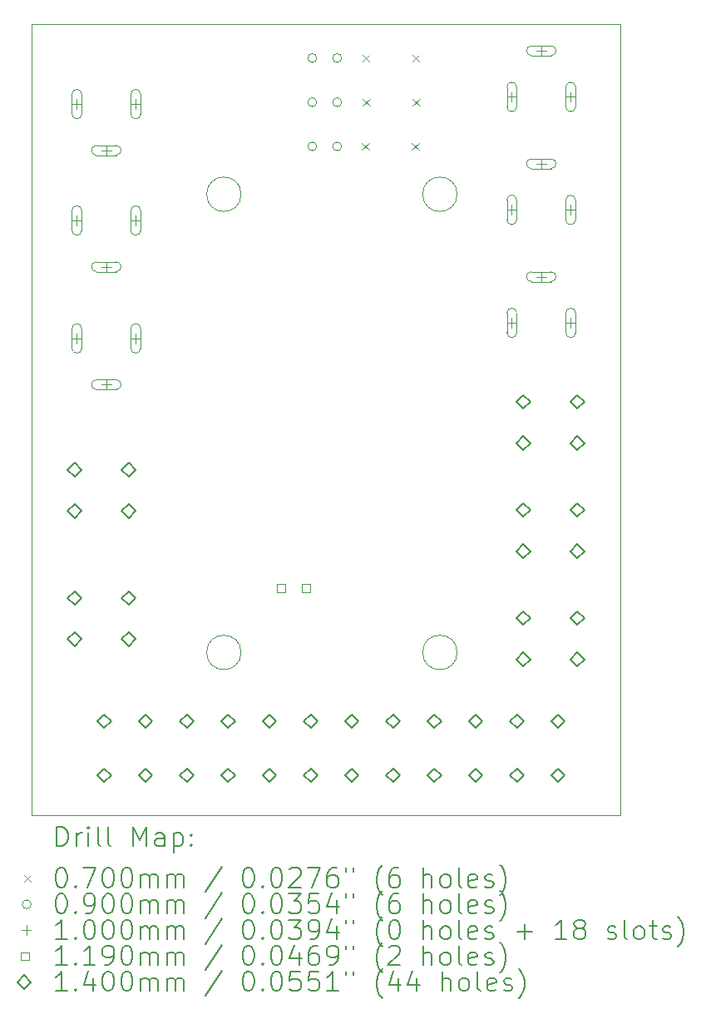
<source format=gbr>
%TF.GenerationSoftware,KiCad,Pcbnew,9.0.5*%
%TF.CreationDate,2026-01-25T07:56:29+10:00*%
%TF.ProjectId,OZ-HORNET-POWER-MAIN,4f5a2d48-4f52-44e4-9554-2d504f574552,rev?*%
%TF.SameCoordinates,Original*%
%TF.FileFunction,Drillmap*%
%TF.FilePolarity,Positive*%
%FSLAX45Y45*%
G04 Gerber Fmt 4.5, Leading zero omitted, Abs format (unit mm)*
G04 Created by KiCad (PCBNEW 9.0.5) date 2026-01-25 07:56:29*
%MOMM*%
%LPD*%
G01*
G04 APERTURE LIST*
%ADD10C,0.050000*%
%ADD11C,0.200000*%
%ADD12C,0.100000*%
%ADD13C,0.119000*%
%ADD14C,0.140000*%
G04 APERTURE END LIST*
D10*
X8175000Y-10000000D02*
G75*
G02*
X7825000Y-10000000I-175000J0D01*
G01*
X7825000Y-10000000D02*
G75*
G02*
X8175000Y-10000000I175000J0D01*
G01*
X10375000Y-5336800D02*
G75*
G02*
X10025000Y-5336800I-175000J0D01*
G01*
X10025000Y-5336800D02*
G75*
G02*
X10375000Y-5336800I175000J0D01*
G01*
X8175000Y-5336800D02*
G75*
G02*
X7825000Y-5336800I-175000J0D01*
G01*
X7825000Y-5336800D02*
G75*
G02*
X8175000Y-5336800I175000J0D01*
G01*
X10375000Y-10000000D02*
G75*
G02*
X10025000Y-10000000I-175000J0D01*
G01*
X10025000Y-10000000D02*
G75*
G02*
X10375000Y-10000000I175000J0D01*
G01*
X6040400Y-3607600D02*
X12040400Y-3607600D01*
X12040400Y-11657600D01*
X6040400Y-11657600D01*
X6040400Y-3607600D01*
D11*
D12*
X9407000Y-4815000D02*
X9477000Y-4885000D01*
X9477000Y-4815000D02*
X9407000Y-4885000D01*
X9411000Y-3915000D02*
X9481000Y-3985000D01*
X9481000Y-3915000D02*
X9411000Y-3985000D01*
X9415000Y-4365000D02*
X9485000Y-4435000D01*
X9485000Y-4365000D02*
X9415000Y-4435000D01*
X9915000Y-4815000D02*
X9985000Y-4885000D01*
X9985000Y-4815000D02*
X9915000Y-4885000D01*
X9919000Y-3915000D02*
X9989000Y-3985000D01*
X9989000Y-3915000D02*
X9919000Y-3985000D01*
X9923000Y-4365000D02*
X9993000Y-4435000D01*
X9993000Y-4365000D02*
X9923000Y-4435000D01*
X8945000Y-3950000D02*
G75*
G02*
X8855000Y-3950000I-45000J0D01*
G01*
X8855000Y-3950000D02*
G75*
G02*
X8945000Y-3950000I45000J0D01*
G01*
X8945000Y-4400000D02*
G75*
G02*
X8855000Y-4400000I-45000J0D01*
G01*
X8855000Y-4400000D02*
G75*
G02*
X8945000Y-4400000I45000J0D01*
G01*
X8945000Y-4850000D02*
G75*
G02*
X8855000Y-4850000I-45000J0D01*
G01*
X8855000Y-4850000D02*
G75*
G02*
X8945000Y-4850000I45000J0D01*
G01*
X9199000Y-3950000D02*
G75*
G02*
X9109000Y-3950000I-45000J0D01*
G01*
X9109000Y-3950000D02*
G75*
G02*
X9199000Y-3950000I45000J0D01*
G01*
X9199000Y-4400000D02*
G75*
G02*
X9109000Y-4400000I-45000J0D01*
G01*
X9109000Y-4400000D02*
G75*
G02*
X9199000Y-4400000I45000J0D01*
G01*
X9199000Y-4850000D02*
G75*
G02*
X9109000Y-4850000I-45000J0D01*
G01*
X9109000Y-4850000D02*
G75*
G02*
X9199000Y-4850000I45000J0D01*
G01*
X6502400Y-4369600D02*
X6502400Y-4469600D01*
X6452400Y-4419600D02*
X6552400Y-4419600D01*
X6452400Y-4319600D02*
X6452400Y-4519600D01*
X6552400Y-4519600D02*
G75*
G02*
X6452400Y-4519600I-50000J0D01*
G01*
X6552400Y-4519600D02*
X6552400Y-4319600D01*
X6552400Y-4319600D02*
G75*
G03*
X6452400Y-4319600I-50000J0D01*
G01*
X6502400Y-5554250D02*
X6502400Y-5654250D01*
X6452400Y-5604250D02*
X6552400Y-5604250D01*
X6452400Y-5504250D02*
X6452400Y-5704250D01*
X6552400Y-5704250D02*
G75*
G02*
X6452400Y-5704250I-50000J0D01*
G01*
X6552400Y-5704250D02*
X6552400Y-5504250D01*
X6552400Y-5504250D02*
G75*
G03*
X6452400Y-5504250I-50000J0D01*
G01*
X6502400Y-6754250D02*
X6502400Y-6854250D01*
X6452400Y-6804250D02*
X6552400Y-6804250D01*
X6452400Y-6704250D02*
X6452400Y-6904250D01*
X6552400Y-6904250D02*
G75*
G02*
X6452400Y-6904250I-50000J0D01*
G01*
X6552400Y-6904250D02*
X6552400Y-6704250D01*
X6552400Y-6704250D02*
G75*
G03*
X6452400Y-6704250I-50000J0D01*
G01*
X6802400Y-4839600D02*
X6802400Y-4939600D01*
X6752400Y-4889600D02*
X6852400Y-4889600D01*
X6702400Y-4939600D02*
X6902400Y-4939600D01*
X6902400Y-4839600D02*
G75*
G02*
X6902400Y-4939600I0J-50000D01*
G01*
X6902400Y-4839600D02*
X6702400Y-4839600D01*
X6702400Y-4839600D02*
G75*
G03*
X6702400Y-4939600I0J-50000D01*
G01*
X6802400Y-6024250D02*
X6802400Y-6124250D01*
X6752400Y-6074250D02*
X6852400Y-6074250D01*
X6702400Y-6124250D02*
X6902400Y-6124250D01*
X6902400Y-6024250D02*
G75*
G02*
X6902400Y-6124250I0J-50000D01*
G01*
X6902400Y-6024250D02*
X6702400Y-6024250D01*
X6702400Y-6024250D02*
G75*
G03*
X6702400Y-6124250I0J-50000D01*
G01*
X6802400Y-7224250D02*
X6802400Y-7324250D01*
X6752400Y-7274250D02*
X6852400Y-7274250D01*
X6702400Y-7324250D02*
X6902400Y-7324250D01*
X6902400Y-7224250D02*
G75*
G02*
X6902400Y-7324250I0J-50000D01*
G01*
X6902400Y-7224250D02*
X6702400Y-7224250D01*
X6702400Y-7224250D02*
G75*
G03*
X6702400Y-7324250I0J-50000D01*
G01*
X7102400Y-4369600D02*
X7102400Y-4469600D01*
X7052400Y-4419600D02*
X7152400Y-4419600D01*
X7052400Y-4319600D02*
X7052400Y-4519600D01*
X7152400Y-4519600D02*
G75*
G02*
X7052400Y-4519600I-50000J0D01*
G01*
X7152400Y-4519600D02*
X7152400Y-4319600D01*
X7152400Y-4319600D02*
G75*
G03*
X7052400Y-4319600I-50000J0D01*
G01*
X7102400Y-5554250D02*
X7102400Y-5654250D01*
X7052400Y-5604250D02*
X7152400Y-5604250D01*
X7052400Y-5504250D02*
X7052400Y-5704250D01*
X7152400Y-5704250D02*
G75*
G02*
X7052400Y-5704250I-50000J0D01*
G01*
X7152400Y-5704250D02*
X7152400Y-5504250D01*
X7152400Y-5504250D02*
G75*
G03*
X7052400Y-5504250I-50000J0D01*
G01*
X7102400Y-6754250D02*
X7102400Y-6854250D01*
X7052400Y-6804250D02*
X7152400Y-6804250D01*
X7052400Y-6704250D02*
X7052400Y-6904250D01*
X7152400Y-6904250D02*
G75*
G02*
X7052400Y-6904250I-50000J0D01*
G01*
X7152400Y-6904250D02*
X7152400Y-6704250D01*
X7152400Y-6704250D02*
G75*
G03*
X7052400Y-6704250I-50000J0D01*
G01*
X10931600Y-4295750D02*
X10931600Y-4395750D01*
X10881600Y-4345750D02*
X10981600Y-4345750D01*
X10981600Y-4445750D02*
X10981600Y-4245750D01*
X10881600Y-4245750D02*
G75*
G02*
X10981600Y-4245750I50000J0D01*
G01*
X10881600Y-4245750D02*
X10881600Y-4445750D01*
X10881600Y-4445750D02*
G75*
G03*
X10981600Y-4445750I50000J0D01*
G01*
X10931600Y-5445750D02*
X10931600Y-5545750D01*
X10881600Y-5495750D02*
X10981600Y-5495750D01*
X10981600Y-5595750D02*
X10981600Y-5395750D01*
X10881600Y-5395750D02*
G75*
G02*
X10981600Y-5395750I50000J0D01*
G01*
X10881600Y-5395750D02*
X10881600Y-5595750D01*
X10881600Y-5595750D02*
G75*
G03*
X10981600Y-5595750I50000J0D01*
G01*
X10931600Y-6595750D02*
X10931600Y-6695750D01*
X10881600Y-6645750D02*
X10981600Y-6645750D01*
X10981600Y-6745750D02*
X10981600Y-6545750D01*
X10881600Y-6545750D02*
G75*
G02*
X10981600Y-6545750I50000J0D01*
G01*
X10881600Y-6545750D02*
X10881600Y-6745750D01*
X10881600Y-6745750D02*
G75*
G03*
X10981600Y-6745750I50000J0D01*
G01*
X11231600Y-3825750D02*
X11231600Y-3925750D01*
X11181600Y-3875750D02*
X11281600Y-3875750D01*
X11331600Y-3825750D02*
X11131600Y-3825750D01*
X11131600Y-3925750D02*
G75*
G02*
X11131600Y-3825750I0J50000D01*
G01*
X11131600Y-3925750D02*
X11331600Y-3925750D01*
X11331600Y-3925750D02*
G75*
G03*
X11331600Y-3825750I0J50000D01*
G01*
X11231600Y-4975750D02*
X11231600Y-5075750D01*
X11181600Y-5025750D02*
X11281600Y-5025750D01*
X11331600Y-4975750D02*
X11131600Y-4975750D01*
X11131600Y-5075750D02*
G75*
G02*
X11131600Y-4975750I0J50000D01*
G01*
X11131600Y-5075750D02*
X11331600Y-5075750D01*
X11331600Y-5075750D02*
G75*
G03*
X11331600Y-4975750I0J50000D01*
G01*
X11231600Y-6125750D02*
X11231600Y-6225750D01*
X11181600Y-6175750D02*
X11281600Y-6175750D01*
X11331600Y-6125750D02*
X11131600Y-6125750D01*
X11131600Y-6225750D02*
G75*
G02*
X11131600Y-6125750I0J50000D01*
G01*
X11131600Y-6225750D02*
X11331600Y-6225750D01*
X11331600Y-6225750D02*
G75*
G03*
X11331600Y-6125750I0J50000D01*
G01*
X11531600Y-4295750D02*
X11531600Y-4395750D01*
X11481600Y-4345750D02*
X11581600Y-4345750D01*
X11581600Y-4445750D02*
X11581600Y-4245750D01*
X11481600Y-4245750D02*
G75*
G02*
X11581600Y-4245750I50000J0D01*
G01*
X11481600Y-4245750D02*
X11481600Y-4445750D01*
X11481600Y-4445750D02*
G75*
G03*
X11581600Y-4445750I50000J0D01*
G01*
X11531600Y-5445750D02*
X11531600Y-5545750D01*
X11481600Y-5495750D02*
X11581600Y-5495750D01*
X11581600Y-5595750D02*
X11581600Y-5395750D01*
X11481600Y-5395750D02*
G75*
G02*
X11581600Y-5395750I50000J0D01*
G01*
X11481600Y-5395750D02*
X11481600Y-5595750D01*
X11481600Y-5595750D02*
G75*
G03*
X11581600Y-5595750I50000J0D01*
G01*
X11531600Y-6595750D02*
X11531600Y-6695750D01*
X11481600Y-6645750D02*
X11581600Y-6645750D01*
X11581600Y-6745750D02*
X11581600Y-6545750D01*
X11481600Y-6545750D02*
G75*
G02*
X11581600Y-6545750I50000J0D01*
G01*
X11481600Y-6545750D02*
X11481600Y-6745750D01*
X11481600Y-6745750D02*
G75*
G03*
X11581600Y-6745750I50000J0D01*
G01*
D13*
X8627273Y-9389273D02*
X8627273Y-9305127D01*
X8543127Y-9305127D01*
X8543127Y-9389273D01*
X8627273Y-9389273D01*
X8881273Y-9389273D02*
X8881273Y-9305127D01*
X8797127Y-9305127D01*
X8797127Y-9389273D01*
X8881273Y-9389273D01*
D14*
X6480600Y-8210400D02*
X6550600Y-8140400D01*
X6480600Y-8070400D01*
X6410600Y-8140400D01*
X6480600Y-8210400D01*
X6480600Y-8630400D02*
X6550600Y-8560400D01*
X6480600Y-8490400D01*
X6410600Y-8560400D01*
X6480600Y-8630400D01*
X6480600Y-9515400D02*
X6550600Y-9445400D01*
X6480600Y-9375400D01*
X6410600Y-9445400D01*
X6480600Y-9515400D01*
X6480600Y-9935400D02*
X6550600Y-9865400D01*
X6480600Y-9795400D01*
X6410600Y-9865400D01*
X6480600Y-9935400D01*
X6783200Y-10768600D02*
X6853200Y-10698600D01*
X6783200Y-10628600D01*
X6713200Y-10698600D01*
X6783200Y-10768600D01*
X6783200Y-11318600D02*
X6853200Y-11248600D01*
X6783200Y-11178600D01*
X6713200Y-11248600D01*
X6783200Y-11318600D01*
X7030600Y-8210400D02*
X7100600Y-8140400D01*
X7030600Y-8070400D01*
X6960600Y-8140400D01*
X7030600Y-8210400D01*
X7030600Y-8630400D02*
X7100600Y-8560400D01*
X7030600Y-8490400D01*
X6960600Y-8560400D01*
X7030600Y-8630400D01*
X7030600Y-9515400D02*
X7100600Y-9445400D01*
X7030600Y-9375400D01*
X6960600Y-9445400D01*
X7030600Y-9515400D01*
X7030600Y-9935400D02*
X7100600Y-9865400D01*
X7030600Y-9795400D01*
X6960600Y-9865400D01*
X7030600Y-9935400D01*
X7203200Y-10768600D02*
X7273200Y-10698600D01*
X7203200Y-10628600D01*
X7133200Y-10698600D01*
X7203200Y-10768600D01*
X7203200Y-11318600D02*
X7273200Y-11248600D01*
X7203200Y-11178600D01*
X7133200Y-11248600D01*
X7203200Y-11318600D01*
X7623200Y-10768600D02*
X7693200Y-10698600D01*
X7623200Y-10628600D01*
X7553200Y-10698600D01*
X7623200Y-10768600D01*
X7623200Y-11318600D02*
X7693200Y-11248600D01*
X7623200Y-11178600D01*
X7553200Y-11248600D01*
X7623200Y-11318600D01*
X8043200Y-10768600D02*
X8113200Y-10698600D01*
X8043200Y-10628600D01*
X7973200Y-10698600D01*
X8043200Y-10768600D01*
X8043200Y-11318600D02*
X8113200Y-11248600D01*
X8043200Y-11178600D01*
X7973200Y-11248600D01*
X8043200Y-11318600D01*
X8463200Y-10768600D02*
X8533200Y-10698600D01*
X8463200Y-10628600D01*
X8393200Y-10698600D01*
X8463200Y-10768600D01*
X8463200Y-11318600D02*
X8533200Y-11248600D01*
X8463200Y-11178600D01*
X8393200Y-11248600D01*
X8463200Y-11318600D01*
X8883200Y-10768600D02*
X8953200Y-10698600D01*
X8883200Y-10628600D01*
X8813200Y-10698600D01*
X8883200Y-10768600D01*
X8883200Y-11318600D02*
X8953200Y-11248600D01*
X8883200Y-11178600D01*
X8813200Y-11248600D01*
X8883200Y-11318600D01*
X9303200Y-10768600D02*
X9373200Y-10698600D01*
X9303200Y-10628600D01*
X9233200Y-10698600D01*
X9303200Y-10768600D01*
X9303200Y-11318600D02*
X9373200Y-11248600D01*
X9303200Y-11178600D01*
X9233200Y-11248600D01*
X9303200Y-11318600D01*
X9723200Y-10768600D02*
X9793200Y-10698600D01*
X9723200Y-10628600D01*
X9653200Y-10698600D01*
X9723200Y-10768600D01*
X9723200Y-11318600D02*
X9793200Y-11248600D01*
X9723200Y-11178600D01*
X9653200Y-11248600D01*
X9723200Y-11318600D01*
X10143200Y-10768600D02*
X10213200Y-10698600D01*
X10143200Y-10628600D01*
X10073200Y-10698600D01*
X10143200Y-10768600D01*
X10143200Y-11318600D02*
X10213200Y-11248600D01*
X10143200Y-11178600D01*
X10073200Y-11248600D01*
X10143200Y-11318600D01*
X10563200Y-10768600D02*
X10633200Y-10698600D01*
X10563200Y-10628600D01*
X10493200Y-10698600D01*
X10563200Y-10768600D01*
X10563200Y-11318600D02*
X10633200Y-11248600D01*
X10563200Y-11178600D01*
X10493200Y-11248600D01*
X10563200Y-11318600D01*
X10983200Y-10768600D02*
X11053200Y-10698600D01*
X10983200Y-10628600D01*
X10913200Y-10698600D01*
X10983200Y-10768600D01*
X10983200Y-11318600D02*
X11053200Y-11248600D01*
X10983200Y-11178600D01*
X10913200Y-11248600D01*
X10983200Y-11318600D01*
X11050000Y-7520000D02*
X11120000Y-7450000D01*
X11050000Y-7380000D01*
X10980000Y-7450000D01*
X11050000Y-7520000D01*
X11050000Y-7940000D02*
X11120000Y-7870000D01*
X11050000Y-7800000D01*
X10980000Y-7870000D01*
X11050000Y-7940000D01*
X11050000Y-8620000D02*
X11120000Y-8550000D01*
X11050000Y-8480000D01*
X10980000Y-8550000D01*
X11050000Y-8620000D01*
X11050000Y-9040000D02*
X11120000Y-8970000D01*
X11050000Y-8900000D01*
X10980000Y-8970000D01*
X11050000Y-9040000D01*
X11050000Y-9720000D02*
X11120000Y-9650000D01*
X11050000Y-9580000D01*
X10980000Y-9650000D01*
X11050000Y-9720000D01*
X11050000Y-10140000D02*
X11120000Y-10070000D01*
X11050000Y-10000000D01*
X10980000Y-10070000D01*
X11050000Y-10140000D01*
X11403200Y-10768600D02*
X11473200Y-10698600D01*
X11403200Y-10628600D01*
X11333200Y-10698600D01*
X11403200Y-10768600D01*
X11403200Y-11318600D02*
X11473200Y-11248600D01*
X11403200Y-11178600D01*
X11333200Y-11248600D01*
X11403200Y-11318600D01*
X11600000Y-7520000D02*
X11670000Y-7450000D01*
X11600000Y-7380000D01*
X11530000Y-7450000D01*
X11600000Y-7520000D01*
X11600000Y-7940000D02*
X11670000Y-7870000D01*
X11600000Y-7800000D01*
X11530000Y-7870000D01*
X11600000Y-7940000D01*
X11600000Y-8620000D02*
X11670000Y-8550000D01*
X11600000Y-8480000D01*
X11530000Y-8550000D01*
X11600000Y-8620000D01*
X11600000Y-9040000D02*
X11670000Y-8970000D01*
X11600000Y-8900000D01*
X11530000Y-8970000D01*
X11600000Y-9040000D01*
X11600000Y-9720000D02*
X11670000Y-9650000D01*
X11600000Y-9580000D01*
X11530000Y-9650000D01*
X11600000Y-9720000D01*
X11600000Y-10140000D02*
X11670000Y-10070000D01*
X11600000Y-10000000D01*
X11530000Y-10070000D01*
X11600000Y-10140000D01*
D11*
X6298677Y-11971584D02*
X6298677Y-11771584D01*
X6298677Y-11771584D02*
X6346296Y-11771584D01*
X6346296Y-11771584D02*
X6374867Y-11781108D01*
X6374867Y-11781108D02*
X6393915Y-11800155D01*
X6393915Y-11800155D02*
X6403439Y-11819203D01*
X6403439Y-11819203D02*
X6412962Y-11857298D01*
X6412962Y-11857298D02*
X6412962Y-11885869D01*
X6412962Y-11885869D02*
X6403439Y-11923965D01*
X6403439Y-11923965D02*
X6393915Y-11943012D01*
X6393915Y-11943012D02*
X6374867Y-11962060D01*
X6374867Y-11962060D02*
X6346296Y-11971584D01*
X6346296Y-11971584D02*
X6298677Y-11971584D01*
X6498677Y-11971584D02*
X6498677Y-11838250D01*
X6498677Y-11876346D02*
X6508201Y-11857298D01*
X6508201Y-11857298D02*
X6517724Y-11847774D01*
X6517724Y-11847774D02*
X6536772Y-11838250D01*
X6536772Y-11838250D02*
X6555820Y-11838250D01*
X6622486Y-11971584D02*
X6622486Y-11838250D01*
X6622486Y-11771584D02*
X6612962Y-11781108D01*
X6612962Y-11781108D02*
X6622486Y-11790631D01*
X6622486Y-11790631D02*
X6632010Y-11781108D01*
X6632010Y-11781108D02*
X6622486Y-11771584D01*
X6622486Y-11771584D02*
X6622486Y-11790631D01*
X6746296Y-11971584D02*
X6727248Y-11962060D01*
X6727248Y-11962060D02*
X6717724Y-11943012D01*
X6717724Y-11943012D02*
X6717724Y-11771584D01*
X6851058Y-11971584D02*
X6832010Y-11962060D01*
X6832010Y-11962060D02*
X6822486Y-11943012D01*
X6822486Y-11943012D02*
X6822486Y-11771584D01*
X7079629Y-11971584D02*
X7079629Y-11771584D01*
X7079629Y-11771584D02*
X7146296Y-11914441D01*
X7146296Y-11914441D02*
X7212962Y-11771584D01*
X7212962Y-11771584D02*
X7212962Y-11971584D01*
X7393915Y-11971584D02*
X7393915Y-11866822D01*
X7393915Y-11866822D02*
X7384391Y-11847774D01*
X7384391Y-11847774D02*
X7365343Y-11838250D01*
X7365343Y-11838250D02*
X7327248Y-11838250D01*
X7327248Y-11838250D02*
X7308201Y-11847774D01*
X7393915Y-11962060D02*
X7374867Y-11971584D01*
X7374867Y-11971584D02*
X7327248Y-11971584D01*
X7327248Y-11971584D02*
X7308201Y-11962060D01*
X7308201Y-11962060D02*
X7298677Y-11943012D01*
X7298677Y-11943012D02*
X7298677Y-11923965D01*
X7298677Y-11923965D02*
X7308201Y-11904917D01*
X7308201Y-11904917D02*
X7327248Y-11895393D01*
X7327248Y-11895393D02*
X7374867Y-11895393D01*
X7374867Y-11895393D02*
X7393915Y-11885869D01*
X7489153Y-11838250D02*
X7489153Y-12038250D01*
X7489153Y-11847774D02*
X7508201Y-11838250D01*
X7508201Y-11838250D02*
X7546296Y-11838250D01*
X7546296Y-11838250D02*
X7565343Y-11847774D01*
X7565343Y-11847774D02*
X7574867Y-11857298D01*
X7574867Y-11857298D02*
X7584391Y-11876346D01*
X7584391Y-11876346D02*
X7584391Y-11933488D01*
X7584391Y-11933488D02*
X7574867Y-11952536D01*
X7574867Y-11952536D02*
X7565343Y-11962060D01*
X7565343Y-11962060D02*
X7546296Y-11971584D01*
X7546296Y-11971584D02*
X7508201Y-11971584D01*
X7508201Y-11971584D02*
X7489153Y-11962060D01*
X7670105Y-11952536D02*
X7679629Y-11962060D01*
X7679629Y-11962060D02*
X7670105Y-11971584D01*
X7670105Y-11971584D02*
X7660582Y-11962060D01*
X7660582Y-11962060D02*
X7670105Y-11952536D01*
X7670105Y-11952536D02*
X7670105Y-11971584D01*
X7670105Y-11847774D02*
X7679629Y-11857298D01*
X7679629Y-11857298D02*
X7670105Y-11866822D01*
X7670105Y-11866822D02*
X7660582Y-11857298D01*
X7660582Y-11857298D02*
X7670105Y-11847774D01*
X7670105Y-11847774D02*
X7670105Y-11866822D01*
D12*
X5967900Y-12265100D02*
X6037900Y-12335100D01*
X6037900Y-12265100D02*
X5967900Y-12335100D01*
D11*
X6336772Y-12191584D02*
X6355820Y-12191584D01*
X6355820Y-12191584D02*
X6374867Y-12201108D01*
X6374867Y-12201108D02*
X6384391Y-12210631D01*
X6384391Y-12210631D02*
X6393915Y-12229679D01*
X6393915Y-12229679D02*
X6403439Y-12267774D01*
X6403439Y-12267774D02*
X6403439Y-12315393D01*
X6403439Y-12315393D02*
X6393915Y-12353488D01*
X6393915Y-12353488D02*
X6384391Y-12372536D01*
X6384391Y-12372536D02*
X6374867Y-12382060D01*
X6374867Y-12382060D02*
X6355820Y-12391584D01*
X6355820Y-12391584D02*
X6336772Y-12391584D01*
X6336772Y-12391584D02*
X6317724Y-12382060D01*
X6317724Y-12382060D02*
X6308201Y-12372536D01*
X6308201Y-12372536D02*
X6298677Y-12353488D01*
X6298677Y-12353488D02*
X6289153Y-12315393D01*
X6289153Y-12315393D02*
X6289153Y-12267774D01*
X6289153Y-12267774D02*
X6298677Y-12229679D01*
X6298677Y-12229679D02*
X6308201Y-12210631D01*
X6308201Y-12210631D02*
X6317724Y-12201108D01*
X6317724Y-12201108D02*
X6336772Y-12191584D01*
X6489153Y-12372536D02*
X6498677Y-12382060D01*
X6498677Y-12382060D02*
X6489153Y-12391584D01*
X6489153Y-12391584D02*
X6479629Y-12382060D01*
X6479629Y-12382060D02*
X6489153Y-12372536D01*
X6489153Y-12372536D02*
X6489153Y-12391584D01*
X6565343Y-12191584D02*
X6698677Y-12191584D01*
X6698677Y-12191584D02*
X6612962Y-12391584D01*
X6812962Y-12191584D02*
X6832010Y-12191584D01*
X6832010Y-12191584D02*
X6851058Y-12201108D01*
X6851058Y-12201108D02*
X6860582Y-12210631D01*
X6860582Y-12210631D02*
X6870105Y-12229679D01*
X6870105Y-12229679D02*
X6879629Y-12267774D01*
X6879629Y-12267774D02*
X6879629Y-12315393D01*
X6879629Y-12315393D02*
X6870105Y-12353488D01*
X6870105Y-12353488D02*
X6860582Y-12372536D01*
X6860582Y-12372536D02*
X6851058Y-12382060D01*
X6851058Y-12382060D02*
X6832010Y-12391584D01*
X6832010Y-12391584D02*
X6812962Y-12391584D01*
X6812962Y-12391584D02*
X6793915Y-12382060D01*
X6793915Y-12382060D02*
X6784391Y-12372536D01*
X6784391Y-12372536D02*
X6774867Y-12353488D01*
X6774867Y-12353488D02*
X6765343Y-12315393D01*
X6765343Y-12315393D02*
X6765343Y-12267774D01*
X6765343Y-12267774D02*
X6774867Y-12229679D01*
X6774867Y-12229679D02*
X6784391Y-12210631D01*
X6784391Y-12210631D02*
X6793915Y-12201108D01*
X6793915Y-12201108D02*
X6812962Y-12191584D01*
X7003439Y-12191584D02*
X7022486Y-12191584D01*
X7022486Y-12191584D02*
X7041534Y-12201108D01*
X7041534Y-12201108D02*
X7051058Y-12210631D01*
X7051058Y-12210631D02*
X7060582Y-12229679D01*
X7060582Y-12229679D02*
X7070105Y-12267774D01*
X7070105Y-12267774D02*
X7070105Y-12315393D01*
X7070105Y-12315393D02*
X7060582Y-12353488D01*
X7060582Y-12353488D02*
X7051058Y-12372536D01*
X7051058Y-12372536D02*
X7041534Y-12382060D01*
X7041534Y-12382060D02*
X7022486Y-12391584D01*
X7022486Y-12391584D02*
X7003439Y-12391584D01*
X7003439Y-12391584D02*
X6984391Y-12382060D01*
X6984391Y-12382060D02*
X6974867Y-12372536D01*
X6974867Y-12372536D02*
X6965343Y-12353488D01*
X6965343Y-12353488D02*
X6955820Y-12315393D01*
X6955820Y-12315393D02*
X6955820Y-12267774D01*
X6955820Y-12267774D02*
X6965343Y-12229679D01*
X6965343Y-12229679D02*
X6974867Y-12210631D01*
X6974867Y-12210631D02*
X6984391Y-12201108D01*
X6984391Y-12201108D02*
X7003439Y-12191584D01*
X7155820Y-12391584D02*
X7155820Y-12258250D01*
X7155820Y-12277298D02*
X7165343Y-12267774D01*
X7165343Y-12267774D02*
X7184391Y-12258250D01*
X7184391Y-12258250D02*
X7212963Y-12258250D01*
X7212963Y-12258250D02*
X7232010Y-12267774D01*
X7232010Y-12267774D02*
X7241534Y-12286822D01*
X7241534Y-12286822D02*
X7241534Y-12391584D01*
X7241534Y-12286822D02*
X7251058Y-12267774D01*
X7251058Y-12267774D02*
X7270105Y-12258250D01*
X7270105Y-12258250D02*
X7298677Y-12258250D01*
X7298677Y-12258250D02*
X7317724Y-12267774D01*
X7317724Y-12267774D02*
X7327248Y-12286822D01*
X7327248Y-12286822D02*
X7327248Y-12391584D01*
X7422486Y-12391584D02*
X7422486Y-12258250D01*
X7422486Y-12277298D02*
X7432010Y-12267774D01*
X7432010Y-12267774D02*
X7451058Y-12258250D01*
X7451058Y-12258250D02*
X7479629Y-12258250D01*
X7479629Y-12258250D02*
X7498677Y-12267774D01*
X7498677Y-12267774D02*
X7508201Y-12286822D01*
X7508201Y-12286822D02*
X7508201Y-12391584D01*
X7508201Y-12286822D02*
X7517724Y-12267774D01*
X7517724Y-12267774D02*
X7536772Y-12258250D01*
X7536772Y-12258250D02*
X7565343Y-12258250D01*
X7565343Y-12258250D02*
X7584391Y-12267774D01*
X7584391Y-12267774D02*
X7593915Y-12286822D01*
X7593915Y-12286822D02*
X7593915Y-12391584D01*
X7984391Y-12182060D02*
X7812963Y-12439203D01*
X8241534Y-12191584D02*
X8260582Y-12191584D01*
X8260582Y-12191584D02*
X8279629Y-12201108D01*
X8279629Y-12201108D02*
X8289153Y-12210631D01*
X8289153Y-12210631D02*
X8298677Y-12229679D01*
X8298677Y-12229679D02*
X8308201Y-12267774D01*
X8308201Y-12267774D02*
X8308201Y-12315393D01*
X8308201Y-12315393D02*
X8298677Y-12353488D01*
X8298677Y-12353488D02*
X8289153Y-12372536D01*
X8289153Y-12372536D02*
X8279629Y-12382060D01*
X8279629Y-12382060D02*
X8260582Y-12391584D01*
X8260582Y-12391584D02*
X8241534Y-12391584D01*
X8241534Y-12391584D02*
X8222486Y-12382060D01*
X8222486Y-12382060D02*
X8212963Y-12372536D01*
X8212963Y-12372536D02*
X8203439Y-12353488D01*
X8203439Y-12353488D02*
X8193915Y-12315393D01*
X8193915Y-12315393D02*
X8193915Y-12267774D01*
X8193915Y-12267774D02*
X8203439Y-12229679D01*
X8203439Y-12229679D02*
X8212963Y-12210631D01*
X8212963Y-12210631D02*
X8222486Y-12201108D01*
X8222486Y-12201108D02*
X8241534Y-12191584D01*
X8393915Y-12372536D02*
X8403439Y-12382060D01*
X8403439Y-12382060D02*
X8393915Y-12391584D01*
X8393915Y-12391584D02*
X8384391Y-12382060D01*
X8384391Y-12382060D02*
X8393915Y-12372536D01*
X8393915Y-12372536D02*
X8393915Y-12391584D01*
X8527248Y-12191584D02*
X8546296Y-12191584D01*
X8546296Y-12191584D02*
X8565344Y-12201108D01*
X8565344Y-12201108D02*
X8574868Y-12210631D01*
X8574868Y-12210631D02*
X8584391Y-12229679D01*
X8584391Y-12229679D02*
X8593915Y-12267774D01*
X8593915Y-12267774D02*
X8593915Y-12315393D01*
X8593915Y-12315393D02*
X8584391Y-12353488D01*
X8584391Y-12353488D02*
X8574868Y-12372536D01*
X8574868Y-12372536D02*
X8565344Y-12382060D01*
X8565344Y-12382060D02*
X8546296Y-12391584D01*
X8546296Y-12391584D02*
X8527248Y-12391584D01*
X8527248Y-12391584D02*
X8508201Y-12382060D01*
X8508201Y-12382060D02*
X8498677Y-12372536D01*
X8498677Y-12372536D02*
X8489153Y-12353488D01*
X8489153Y-12353488D02*
X8479629Y-12315393D01*
X8479629Y-12315393D02*
X8479629Y-12267774D01*
X8479629Y-12267774D02*
X8489153Y-12229679D01*
X8489153Y-12229679D02*
X8498677Y-12210631D01*
X8498677Y-12210631D02*
X8508201Y-12201108D01*
X8508201Y-12201108D02*
X8527248Y-12191584D01*
X8670106Y-12210631D02*
X8679629Y-12201108D01*
X8679629Y-12201108D02*
X8698677Y-12191584D01*
X8698677Y-12191584D02*
X8746296Y-12191584D01*
X8746296Y-12191584D02*
X8765344Y-12201108D01*
X8765344Y-12201108D02*
X8774868Y-12210631D01*
X8774868Y-12210631D02*
X8784391Y-12229679D01*
X8784391Y-12229679D02*
X8784391Y-12248727D01*
X8784391Y-12248727D02*
X8774868Y-12277298D01*
X8774868Y-12277298D02*
X8660582Y-12391584D01*
X8660582Y-12391584D02*
X8784391Y-12391584D01*
X8851058Y-12191584D02*
X8984391Y-12191584D01*
X8984391Y-12191584D02*
X8898677Y-12391584D01*
X9146296Y-12191584D02*
X9108201Y-12191584D01*
X9108201Y-12191584D02*
X9089153Y-12201108D01*
X9089153Y-12201108D02*
X9079629Y-12210631D01*
X9079629Y-12210631D02*
X9060582Y-12239203D01*
X9060582Y-12239203D02*
X9051058Y-12277298D01*
X9051058Y-12277298D02*
X9051058Y-12353488D01*
X9051058Y-12353488D02*
X9060582Y-12372536D01*
X9060582Y-12372536D02*
X9070106Y-12382060D01*
X9070106Y-12382060D02*
X9089153Y-12391584D01*
X9089153Y-12391584D02*
X9127249Y-12391584D01*
X9127249Y-12391584D02*
X9146296Y-12382060D01*
X9146296Y-12382060D02*
X9155820Y-12372536D01*
X9155820Y-12372536D02*
X9165344Y-12353488D01*
X9165344Y-12353488D02*
X9165344Y-12305869D01*
X9165344Y-12305869D02*
X9155820Y-12286822D01*
X9155820Y-12286822D02*
X9146296Y-12277298D01*
X9146296Y-12277298D02*
X9127249Y-12267774D01*
X9127249Y-12267774D02*
X9089153Y-12267774D01*
X9089153Y-12267774D02*
X9070106Y-12277298D01*
X9070106Y-12277298D02*
X9060582Y-12286822D01*
X9060582Y-12286822D02*
X9051058Y-12305869D01*
X9241534Y-12191584D02*
X9241534Y-12229679D01*
X9317725Y-12191584D02*
X9317725Y-12229679D01*
X9612963Y-12467774D02*
X9603439Y-12458250D01*
X9603439Y-12458250D02*
X9584391Y-12429679D01*
X9584391Y-12429679D02*
X9574868Y-12410631D01*
X9574868Y-12410631D02*
X9565344Y-12382060D01*
X9565344Y-12382060D02*
X9555820Y-12334441D01*
X9555820Y-12334441D02*
X9555820Y-12296346D01*
X9555820Y-12296346D02*
X9565344Y-12248727D01*
X9565344Y-12248727D02*
X9574868Y-12220155D01*
X9574868Y-12220155D02*
X9584391Y-12201108D01*
X9584391Y-12201108D02*
X9603439Y-12172536D01*
X9603439Y-12172536D02*
X9612963Y-12163012D01*
X9774868Y-12191584D02*
X9736772Y-12191584D01*
X9736772Y-12191584D02*
X9717725Y-12201108D01*
X9717725Y-12201108D02*
X9708201Y-12210631D01*
X9708201Y-12210631D02*
X9689153Y-12239203D01*
X9689153Y-12239203D02*
X9679630Y-12277298D01*
X9679630Y-12277298D02*
X9679630Y-12353488D01*
X9679630Y-12353488D02*
X9689153Y-12372536D01*
X9689153Y-12372536D02*
X9698677Y-12382060D01*
X9698677Y-12382060D02*
X9717725Y-12391584D01*
X9717725Y-12391584D02*
X9755820Y-12391584D01*
X9755820Y-12391584D02*
X9774868Y-12382060D01*
X9774868Y-12382060D02*
X9784391Y-12372536D01*
X9784391Y-12372536D02*
X9793915Y-12353488D01*
X9793915Y-12353488D02*
X9793915Y-12305869D01*
X9793915Y-12305869D02*
X9784391Y-12286822D01*
X9784391Y-12286822D02*
X9774868Y-12277298D01*
X9774868Y-12277298D02*
X9755820Y-12267774D01*
X9755820Y-12267774D02*
X9717725Y-12267774D01*
X9717725Y-12267774D02*
X9698677Y-12277298D01*
X9698677Y-12277298D02*
X9689153Y-12286822D01*
X9689153Y-12286822D02*
X9679630Y-12305869D01*
X10032011Y-12391584D02*
X10032011Y-12191584D01*
X10117725Y-12391584D02*
X10117725Y-12286822D01*
X10117725Y-12286822D02*
X10108201Y-12267774D01*
X10108201Y-12267774D02*
X10089153Y-12258250D01*
X10089153Y-12258250D02*
X10060582Y-12258250D01*
X10060582Y-12258250D02*
X10041534Y-12267774D01*
X10041534Y-12267774D02*
X10032011Y-12277298D01*
X10241534Y-12391584D02*
X10222487Y-12382060D01*
X10222487Y-12382060D02*
X10212963Y-12372536D01*
X10212963Y-12372536D02*
X10203439Y-12353488D01*
X10203439Y-12353488D02*
X10203439Y-12296346D01*
X10203439Y-12296346D02*
X10212963Y-12277298D01*
X10212963Y-12277298D02*
X10222487Y-12267774D01*
X10222487Y-12267774D02*
X10241534Y-12258250D01*
X10241534Y-12258250D02*
X10270106Y-12258250D01*
X10270106Y-12258250D02*
X10289153Y-12267774D01*
X10289153Y-12267774D02*
X10298677Y-12277298D01*
X10298677Y-12277298D02*
X10308201Y-12296346D01*
X10308201Y-12296346D02*
X10308201Y-12353488D01*
X10308201Y-12353488D02*
X10298677Y-12372536D01*
X10298677Y-12372536D02*
X10289153Y-12382060D01*
X10289153Y-12382060D02*
X10270106Y-12391584D01*
X10270106Y-12391584D02*
X10241534Y-12391584D01*
X10422487Y-12391584D02*
X10403439Y-12382060D01*
X10403439Y-12382060D02*
X10393915Y-12363012D01*
X10393915Y-12363012D02*
X10393915Y-12191584D01*
X10574868Y-12382060D02*
X10555820Y-12391584D01*
X10555820Y-12391584D02*
X10517725Y-12391584D01*
X10517725Y-12391584D02*
X10498677Y-12382060D01*
X10498677Y-12382060D02*
X10489153Y-12363012D01*
X10489153Y-12363012D02*
X10489153Y-12286822D01*
X10489153Y-12286822D02*
X10498677Y-12267774D01*
X10498677Y-12267774D02*
X10517725Y-12258250D01*
X10517725Y-12258250D02*
X10555820Y-12258250D01*
X10555820Y-12258250D02*
X10574868Y-12267774D01*
X10574868Y-12267774D02*
X10584392Y-12286822D01*
X10584392Y-12286822D02*
X10584392Y-12305869D01*
X10584392Y-12305869D02*
X10489153Y-12324917D01*
X10660582Y-12382060D02*
X10679630Y-12391584D01*
X10679630Y-12391584D02*
X10717725Y-12391584D01*
X10717725Y-12391584D02*
X10736773Y-12382060D01*
X10736773Y-12382060D02*
X10746296Y-12363012D01*
X10746296Y-12363012D02*
X10746296Y-12353488D01*
X10746296Y-12353488D02*
X10736773Y-12334441D01*
X10736773Y-12334441D02*
X10717725Y-12324917D01*
X10717725Y-12324917D02*
X10689153Y-12324917D01*
X10689153Y-12324917D02*
X10670106Y-12315393D01*
X10670106Y-12315393D02*
X10660582Y-12296346D01*
X10660582Y-12296346D02*
X10660582Y-12286822D01*
X10660582Y-12286822D02*
X10670106Y-12267774D01*
X10670106Y-12267774D02*
X10689153Y-12258250D01*
X10689153Y-12258250D02*
X10717725Y-12258250D01*
X10717725Y-12258250D02*
X10736773Y-12267774D01*
X10812963Y-12467774D02*
X10822487Y-12458250D01*
X10822487Y-12458250D02*
X10841534Y-12429679D01*
X10841534Y-12429679D02*
X10851058Y-12410631D01*
X10851058Y-12410631D02*
X10860582Y-12382060D01*
X10860582Y-12382060D02*
X10870106Y-12334441D01*
X10870106Y-12334441D02*
X10870106Y-12296346D01*
X10870106Y-12296346D02*
X10860582Y-12248727D01*
X10860582Y-12248727D02*
X10851058Y-12220155D01*
X10851058Y-12220155D02*
X10841534Y-12201108D01*
X10841534Y-12201108D02*
X10822487Y-12172536D01*
X10822487Y-12172536D02*
X10812963Y-12163012D01*
D12*
X6037900Y-12564100D02*
G75*
G02*
X5947900Y-12564100I-45000J0D01*
G01*
X5947900Y-12564100D02*
G75*
G02*
X6037900Y-12564100I45000J0D01*
G01*
D11*
X6336772Y-12455584D02*
X6355820Y-12455584D01*
X6355820Y-12455584D02*
X6374867Y-12465108D01*
X6374867Y-12465108D02*
X6384391Y-12474631D01*
X6384391Y-12474631D02*
X6393915Y-12493679D01*
X6393915Y-12493679D02*
X6403439Y-12531774D01*
X6403439Y-12531774D02*
X6403439Y-12579393D01*
X6403439Y-12579393D02*
X6393915Y-12617488D01*
X6393915Y-12617488D02*
X6384391Y-12636536D01*
X6384391Y-12636536D02*
X6374867Y-12646060D01*
X6374867Y-12646060D02*
X6355820Y-12655584D01*
X6355820Y-12655584D02*
X6336772Y-12655584D01*
X6336772Y-12655584D02*
X6317724Y-12646060D01*
X6317724Y-12646060D02*
X6308201Y-12636536D01*
X6308201Y-12636536D02*
X6298677Y-12617488D01*
X6298677Y-12617488D02*
X6289153Y-12579393D01*
X6289153Y-12579393D02*
X6289153Y-12531774D01*
X6289153Y-12531774D02*
X6298677Y-12493679D01*
X6298677Y-12493679D02*
X6308201Y-12474631D01*
X6308201Y-12474631D02*
X6317724Y-12465108D01*
X6317724Y-12465108D02*
X6336772Y-12455584D01*
X6489153Y-12636536D02*
X6498677Y-12646060D01*
X6498677Y-12646060D02*
X6489153Y-12655584D01*
X6489153Y-12655584D02*
X6479629Y-12646060D01*
X6479629Y-12646060D02*
X6489153Y-12636536D01*
X6489153Y-12636536D02*
X6489153Y-12655584D01*
X6593915Y-12655584D02*
X6632010Y-12655584D01*
X6632010Y-12655584D02*
X6651058Y-12646060D01*
X6651058Y-12646060D02*
X6660582Y-12636536D01*
X6660582Y-12636536D02*
X6679629Y-12607965D01*
X6679629Y-12607965D02*
X6689153Y-12569869D01*
X6689153Y-12569869D02*
X6689153Y-12493679D01*
X6689153Y-12493679D02*
X6679629Y-12474631D01*
X6679629Y-12474631D02*
X6670105Y-12465108D01*
X6670105Y-12465108D02*
X6651058Y-12455584D01*
X6651058Y-12455584D02*
X6612962Y-12455584D01*
X6612962Y-12455584D02*
X6593915Y-12465108D01*
X6593915Y-12465108D02*
X6584391Y-12474631D01*
X6584391Y-12474631D02*
X6574867Y-12493679D01*
X6574867Y-12493679D02*
X6574867Y-12541298D01*
X6574867Y-12541298D02*
X6584391Y-12560346D01*
X6584391Y-12560346D02*
X6593915Y-12569869D01*
X6593915Y-12569869D02*
X6612962Y-12579393D01*
X6612962Y-12579393D02*
X6651058Y-12579393D01*
X6651058Y-12579393D02*
X6670105Y-12569869D01*
X6670105Y-12569869D02*
X6679629Y-12560346D01*
X6679629Y-12560346D02*
X6689153Y-12541298D01*
X6812962Y-12455584D02*
X6832010Y-12455584D01*
X6832010Y-12455584D02*
X6851058Y-12465108D01*
X6851058Y-12465108D02*
X6860582Y-12474631D01*
X6860582Y-12474631D02*
X6870105Y-12493679D01*
X6870105Y-12493679D02*
X6879629Y-12531774D01*
X6879629Y-12531774D02*
X6879629Y-12579393D01*
X6879629Y-12579393D02*
X6870105Y-12617488D01*
X6870105Y-12617488D02*
X6860582Y-12636536D01*
X6860582Y-12636536D02*
X6851058Y-12646060D01*
X6851058Y-12646060D02*
X6832010Y-12655584D01*
X6832010Y-12655584D02*
X6812962Y-12655584D01*
X6812962Y-12655584D02*
X6793915Y-12646060D01*
X6793915Y-12646060D02*
X6784391Y-12636536D01*
X6784391Y-12636536D02*
X6774867Y-12617488D01*
X6774867Y-12617488D02*
X6765343Y-12579393D01*
X6765343Y-12579393D02*
X6765343Y-12531774D01*
X6765343Y-12531774D02*
X6774867Y-12493679D01*
X6774867Y-12493679D02*
X6784391Y-12474631D01*
X6784391Y-12474631D02*
X6793915Y-12465108D01*
X6793915Y-12465108D02*
X6812962Y-12455584D01*
X7003439Y-12455584D02*
X7022486Y-12455584D01*
X7022486Y-12455584D02*
X7041534Y-12465108D01*
X7041534Y-12465108D02*
X7051058Y-12474631D01*
X7051058Y-12474631D02*
X7060582Y-12493679D01*
X7060582Y-12493679D02*
X7070105Y-12531774D01*
X7070105Y-12531774D02*
X7070105Y-12579393D01*
X7070105Y-12579393D02*
X7060582Y-12617488D01*
X7060582Y-12617488D02*
X7051058Y-12636536D01*
X7051058Y-12636536D02*
X7041534Y-12646060D01*
X7041534Y-12646060D02*
X7022486Y-12655584D01*
X7022486Y-12655584D02*
X7003439Y-12655584D01*
X7003439Y-12655584D02*
X6984391Y-12646060D01*
X6984391Y-12646060D02*
X6974867Y-12636536D01*
X6974867Y-12636536D02*
X6965343Y-12617488D01*
X6965343Y-12617488D02*
X6955820Y-12579393D01*
X6955820Y-12579393D02*
X6955820Y-12531774D01*
X6955820Y-12531774D02*
X6965343Y-12493679D01*
X6965343Y-12493679D02*
X6974867Y-12474631D01*
X6974867Y-12474631D02*
X6984391Y-12465108D01*
X6984391Y-12465108D02*
X7003439Y-12455584D01*
X7155820Y-12655584D02*
X7155820Y-12522250D01*
X7155820Y-12541298D02*
X7165343Y-12531774D01*
X7165343Y-12531774D02*
X7184391Y-12522250D01*
X7184391Y-12522250D02*
X7212963Y-12522250D01*
X7212963Y-12522250D02*
X7232010Y-12531774D01*
X7232010Y-12531774D02*
X7241534Y-12550822D01*
X7241534Y-12550822D02*
X7241534Y-12655584D01*
X7241534Y-12550822D02*
X7251058Y-12531774D01*
X7251058Y-12531774D02*
X7270105Y-12522250D01*
X7270105Y-12522250D02*
X7298677Y-12522250D01*
X7298677Y-12522250D02*
X7317724Y-12531774D01*
X7317724Y-12531774D02*
X7327248Y-12550822D01*
X7327248Y-12550822D02*
X7327248Y-12655584D01*
X7422486Y-12655584D02*
X7422486Y-12522250D01*
X7422486Y-12541298D02*
X7432010Y-12531774D01*
X7432010Y-12531774D02*
X7451058Y-12522250D01*
X7451058Y-12522250D02*
X7479629Y-12522250D01*
X7479629Y-12522250D02*
X7498677Y-12531774D01*
X7498677Y-12531774D02*
X7508201Y-12550822D01*
X7508201Y-12550822D02*
X7508201Y-12655584D01*
X7508201Y-12550822D02*
X7517724Y-12531774D01*
X7517724Y-12531774D02*
X7536772Y-12522250D01*
X7536772Y-12522250D02*
X7565343Y-12522250D01*
X7565343Y-12522250D02*
X7584391Y-12531774D01*
X7584391Y-12531774D02*
X7593915Y-12550822D01*
X7593915Y-12550822D02*
X7593915Y-12655584D01*
X7984391Y-12446060D02*
X7812963Y-12703203D01*
X8241534Y-12455584D02*
X8260582Y-12455584D01*
X8260582Y-12455584D02*
X8279629Y-12465108D01*
X8279629Y-12465108D02*
X8289153Y-12474631D01*
X8289153Y-12474631D02*
X8298677Y-12493679D01*
X8298677Y-12493679D02*
X8308201Y-12531774D01*
X8308201Y-12531774D02*
X8308201Y-12579393D01*
X8308201Y-12579393D02*
X8298677Y-12617488D01*
X8298677Y-12617488D02*
X8289153Y-12636536D01*
X8289153Y-12636536D02*
X8279629Y-12646060D01*
X8279629Y-12646060D02*
X8260582Y-12655584D01*
X8260582Y-12655584D02*
X8241534Y-12655584D01*
X8241534Y-12655584D02*
X8222486Y-12646060D01*
X8222486Y-12646060D02*
X8212963Y-12636536D01*
X8212963Y-12636536D02*
X8203439Y-12617488D01*
X8203439Y-12617488D02*
X8193915Y-12579393D01*
X8193915Y-12579393D02*
X8193915Y-12531774D01*
X8193915Y-12531774D02*
X8203439Y-12493679D01*
X8203439Y-12493679D02*
X8212963Y-12474631D01*
X8212963Y-12474631D02*
X8222486Y-12465108D01*
X8222486Y-12465108D02*
X8241534Y-12455584D01*
X8393915Y-12636536D02*
X8403439Y-12646060D01*
X8403439Y-12646060D02*
X8393915Y-12655584D01*
X8393915Y-12655584D02*
X8384391Y-12646060D01*
X8384391Y-12646060D02*
X8393915Y-12636536D01*
X8393915Y-12636536D02*
X8393915Y-12655584D01*
X8527248Y-12455584D02*
X8546296Y-12455584D01*
X8546296Y-12455584D02*
X8565344Y-12465108D01*
X8565344Y-12465108D02*
X8574868Y-12474631D01*
X8574868Y-12474631D02*
X8584391Y-12493679D01*
X8584391Y-12493679D02*
X8593915Y-12531774D01*
X8593915Y-12531774D02*
X8593915Y-12579393D01*
X8593915Y-12579393D02*
X8584391Y-12617488D01*
X8584391Y-12617488D02*
X8574868Y-12636536D01*
X8574868Y-12636536D02*
X8565344Y-12646060D01*
X8565344Y-12646060D02*
X8546296Y-12655584D01*
X8546296Y-12655584D02*
X8527248Y-12655584D01*
X8527248Y-12655584D02*
X8508201Y-12646060D01*
X8508201Y-12646060D02*
X8498677Y-12636536D01*
X8498677Y-12636536D02*
X8489153Y-12617488D01*
X8489153Y-12617488D02*
X8479629Y-12579393D01*
X8479629Y-12579393D02*
X8479629Y-12531774D01*
X8479629Y-12531774D02*
X8489153Y-12493679D01*
X8489153Y-12493679D02*
X8498677Y-12474631D01*
X8498677Y-12474631D02*
X8508201Y-12465108D01*
X8508201Y-12465108D02*
X8527248Y-12455584D01*
X8660582Y-12455584D02*
X8784391Y-12455584D01*
X8784391Y-12455584D02*
X8717725Y-12531774D01*
X8717725Y-12531774D02*
X8746296Y-12531774D01*
X8746296Y-12531774D02*
X8765344Y-12541298D01*
X8765344Y-12541298D02*
X8774868Y-12550822D01*
X8774868Y-12550822D02*
X8784391Y-12569869D01*
X8784391Y-12569869D02*
X8784391Y-12617488D01*
X8784391Y-12617488D02*
X8774868Y-12636536D01*
X8774868Y-12636536D02*
X8765344Y-12646060D01*
X8765344Y-12646060D02*
X8746296Y-12655584D01*
X8746296Y-12655584D02*
X8689153Y-12655584D01*
X8689153Y-12655584D02*
X8670106Y-12646060D01*
X8670106Y-12646060D02*
X8660582Y-12636536D01*
X8965344Y-12455584D02*
X8870106Y-12455584D01*
X8870106Y-12455584D02*
X8860582Y-12550822D01*
X8860582Y-12550822D02*
X8870106Y-12541298D01*
X8870106Y-12541298D02*
X8889153Y-12531774D01*
X8889153Y-12531774D02*
X8936772Y-12531774D01*
X8936772Y-12531774D02*
X8955820Y-12541298D01*
X8955820Y-12541298D02*
X8965344Y-12550822D01*
X8965344Y-12550822D02*
X8974868Y-12569869D01*
X8974868Y-12569869D02*
X8974868Y-12617488D01*
X8974868Y-12617488D02*
X8965344Y-12636536D01*
X8965344Y-12636536D02*
X8955820Y-12646060D01*
X8955820Y-12646060D02*
X8936772Y-12655584D01*
X8936772Y-12655584D02*
X8889153Y-12655584D01*
X8889153Y-12655584D02*
X8870106Y-12646060D01*
X8870106Y-12646060D02*
X8860582Y-12636536D01*
X9146296Y-12522250D02*
X9146296Y-12655584D01*
X9098677Y-12446060D02*
X9051058Y-12588917D01*
X9051058Y-12588917D02*
X9174868Y-12588917D01*
X9241534Y-12455584D02*
X9241534Y-12493679D01*
X9317725Y-12455584D02*
X9317725Y-12493679D01*
X9612963Y-12731774D02*
X9603439Y-12722250D01*
X9603439Y-12722250D02*
X9584391Y-12693679D01*
X9584391Y-12693679D02*
X9574868Y-12674631D01*
X9574868Y-12674631D02*
X9565344Y-12646060D01*
X9565344Y-12646060D02*
X9555820Y-12598441D01*
X9555820Y-12598441D02*
X9555820Y-12560346D01*
X9555820Y-12560346D02*
X9565344Y-12512727D01*
X9565344Y-12512727D02*
X9574868Y-12484155D01*
X9574868Y-12484155D02*
X9584391Y-12465108D01*
X9584391Y-12465108D02*
X9603439Y-12436536D01*
X9603439Y-12436536D02*
X9612963Y-12427012D01*
X9774868Y-12455584D02*
X9736772Y-12455584D01*
X9736772Y-12455584D02*
X9717725Y-12465108D01*
X9717725Y-12465108D02*
X9708201Y-12474631D01*
X9708201Y-12474631D02*
X9689153Y-12503203D01*
X9689153Y-12503203D02*
X9679630Y-12541298D01*
X9679630Y-12541298D02*
X9679630Y-12617488D01*
X9679630Y-12617488D02*
X9689153Y-12636536D01*
X9689153Y-12636536D02*
X9698677Y-12646060D01*
X9698677Y-12646060D02*
X9717725Y-12655584D01*
X9717725Y-12655584D02*
X9755820Y-12655584D01*
X9755820Y-12655584D02*
X9774868Y-12646060D01*
X9774868Y-12646060D02*
X9784391Y-12636536D01*
X9784391Y-12636536D02*
X9793915Y-12617488D01*
X9793915Y-12617488D02*
X9793915Y-12569869D01*
X9793915Y-12569869D02*
X9784391Y-12550822D01*
X9784391Y-12550822D02*
X9774868Y-12541298D01*
X9774868Y-12541298D02*
X9755820Y-12531774D01*
X9755820Y-12531774D02*
X9717725Y-12531774D01*
X9717725Y-12531774D02*
X9698677Y-12541298D01*
X9698677Y-12541298D02*
X9689153Y-12550822D01*
X9689153Y-12550822D02*
X9679630Y-12569869D01*
X10032011Y-12655584D02*
X10032011Y-12455584D01*
X10117725Y-12655584D02*
X10117725Y-12550822D01*
X10117725Y-12550822D02*
X10108201Y-12531774D01*
X10108201Y-12531774D02*
X10089153Y-12522250D01*
X10089153Y-12522250D02*
X10060582Y-12522250D01*
X10060582Y-12522250D02*
X10041534Y-12531774D01*
X10041534Y-12531774D02*
X10032011Y-12541298D01*
X10241534Y-12655584D02*
X10222487Y-12646060D01*
X10222487Y-12646060D02*
X10212963Y-12636536D01*
X10212963Y-12636536D02*
X10203439Y-12617488D01*
X10203439Y-12617488D02*
X10203439Y-12560346D01*
X10203439Y-12560346D02*
X10212963Y-12541298D01*
X10212963Y-12541298D02*
X10222487Y-12531774D01*
X10222487Y-12531774D02*
X10241534Y-12522250D01*
X10241534Y-12522250D02*
X10270106Y-12522250D01*
X10270106Y-12522250D02*
X10289153Y-12531774D01*
X10289153Y-12531774D02*
X10298677Y-12541298D01*
X10298677Y-12541298D02*
X10308201Y-12560346D01*
X10308201Y-12560346D02*
X10308201Y-12617488D01*
X10308201Y-12617488D02*
X10298677Y-12636536D01*
X10298677Y-12636536D02*
X10289153Y-12646060D01*
X10289153Y-12646060D02*
X10270106Y-12655584D01*
X10270106Y-12655584D02*
X10241534Y-12655584D01*
X10422487Y-12655584D02*
X10403439Y-12646060D01*
X10403439Y-12646060D02*
X10393915Y-12627012D01*
X10393915Y-12627012D02*
X10393915Y-12455584D01*
X10574868Y-12646060D02*
X10555820Y-12655584D01*
X10555820Y-12655584D02*
X10517725Y-12655584D01*
X10517725Y-12655584D02*
X10498677Y-12646060D01*
X10498677Y-12646060D02*
X10489153Y-12627012D01*
X10489153Y-12627012D02*
X10489153Y-12550822D01*
X10489153Y-12550822D02*
X10498677Y-12531774D01*
X10498677Y-12531774D02*
X10517725Y-12522250D01*
X10517725Y-12522250D02*
X10555820Y-12522250D01*
X10555820Y-12522250D02*
X10574868Y-12531774D01*
X10574868Y-12531774D02*
X10584392Y-12550822D01*
X10584392Y-12550822D02*
X10584392Y-12569869D01*
X10584392Y-12569869D02*
X10489153Y-12588917D01*
X10660582Y-12646060D02*
X10679630Y-12655584D01*
X10679630Y-12655584D02*
X10717725Y-12655584D01*
X10717725Y-12655584D02*
X10736773Y-12646060D01*
X10736773Y-12646060D02*
X10746296Y-12627012D01*
X10746296Y-12627012D02*
X10746296Y-12617488D01*
X10746296Y-12617488D02*
X10736773Y-12598441D01*
X10736773Y-12598441D02*
X10717725Y-12588917D01*
X10717725Y-12588917D02*
X10689153Y-12588917D01*
X10689153Y-12588917D02*
X10670106Y-12579393D01*
X10670106Y-12579393D02*
X10660582Y-12560346D01*
X10660582Y-12560346D02*
X10660582Y-12550822D01*
X10660582Y-12550822D02*
X10670106Y-12531774D01*
X10670106Y-12531774D02*
X10689153Y-12522250D01*
X10689153Y-12522250D02*
X10717725Y-12522250D01*
X10717725Y-12522250D02*
X10736773Y-12531774D01*
X10812963Y-12731774D02*
X10822487Y-12722250D01*
X10822487Y-12722250D02*
X10841534Y-12693679D01*
X10841534Y-12693679D02*
X10851058Y-12674631D01*
X10851058Y-12674631D02*
X10860582Y-12646060D01*
X10860582Y-12646060D02*
X10870106Y-12598441D01*
X10870106Y-12598441D02*
X10870106Y-12560346D01*
X10870106Y-12560346D02*
X10860582Y-12512727D01*
X10860582Y-12512727D02*
X10851058Y-12484155D01*
X10851058Y-12484155D02*
X10841534Y-12465108D01*
X10841534Y-12465108D02*
X10822487Y-12436536D01*
X10822487Y-12436536D02*
X10812963Y-12427012D01*
D12*
X5987900Y-12778100D02*
X5987900Y-12878100D01*
X5937900Y-12828100D02*
X6037900Y-12828100D01*
D11*
X6403439Y-12919584D02*
X6289153Y-12919584D01*
X6346296Y-12919584D02*
X6346296Y-12719584D01*
X6346296Y-12719584D02*
X6327248Y-12748155D01*
X6327248Y-12748155D02*
X6308201Y-12767203D01*
X6308201Y-12767203D02*
X6289153Y-12776727D01*
X6489153Y-12900536D02*
X6498677Y-12910060D01*
X6498677Y-12910060D02*
X6489153Y-12919584D01*
X6489153Y-12919584D02*
X6479629Y-12910060D01*
X6479629Y-12910060D02*
X6489153Y-12900536D01*
X6489153Y-12900536D02*
X6489153Y-12919584D01*
X6622486Y-12719584D02*
X6641534Y-12719584D01*
X6641534Y-12719584D02*
X6660582Y-12729108D01*
X6660582Y-12729108D02*
X6670105Y-12738631D01*
X6670105Y-12738631D02*
X6679629Y-12757679D01*
X6679629Y-12757679D02*
X6689153Y-12795774D01*
X6689153Y-12795774D02*
X6689153Y-12843393D01*
X6689153Y-12843393D02*
X6679629Y-12881488D01*
X6679629Y-12881488D02*
X6670105Y-12900536D01*
X6670105Y-12900536D02*
X6660582Y-12910060D01*
X6660582Y-12910060D02*
X6641534Y-12919584D01*
X6641534Y-12919584D02*
X6622486Y-12919584D01*
X6622486Y-12919584D02*
X6603439Y-12910060D01*
X6603439Y-12910060D02*
X6593915Y-12900536D01*
X6593915Y-12900536D02*
X6584391Y-12881488D01*
X6584391Y-12881488D02*
X6574867Y-12843393D01*
X6574867Y-12843393D02*
X6574867Y-12795774D01*
X6574867Y-12795774D02*
X6584391Y-12757679D01*
X6584391Y-12757679D02*
X6593915Y-12738631D01*
X6593915Y-12738631D02*
X6603439Y-12729108D01*
X6603439Y-12729108D02*
X6622486Y-12719584D01*
X6812962Y-12719584D02*
X6832010Y-12719584D01*
X6832010Y-12719584D02*
X6851058Y-12729108D01*
X6851058Y-12729108D02*
X6860582Y-12738631D01*
X6860582Y-12738631D02*
X6870105Y-12757679D01*
X6870105Y-12757679D02*
X6879629Y-12795774D01*
X6879629Y-12795774D02*
X6879629Y-12843393D01*
X6879629Y-12843393D02*
X6870105Y-12881488D01*
X6870105Y-12881488D02*
X6860582Y-12900536D01*
X6860582Y-12900536D02*
X6851058Y-12910060D01*
X6851058Y-12910060D02*
X6832010Y-12919584D01*
X6832010Y-12919584D02*
X6812962Y-12919584D01*
X6812962Y-12919584D02*
X6793915Y-12910060D01*
X6793915Y-12910060D02*
X6784391Y-12900536D01*
X6784391Y-12900536D02*
X6774867Y-12881488D01*
X6774867Y-12881488D02*
X6765343Y-12843393D01*
X6765343Y-12843393D02*
X6765343Y-12795774D01*
X6765343Y-12795774D02*
X6774867Y-12757679D01*
X6774867Y-12757679D02*
X6784391Y-12738631D01*
X6784391Y-12738631D02*
X6793915Y-12729108D01*
X6793915Y-12729108D02*
X6812962Y-12719584D01*
X7003439Y-12719584D02*
X7022486Y-12719584D01*
X7022486Y-12719584D02*
X7041534Y-12729108D01*
X7041534Y-12729108D02*
X7051058Y-12738631D01*
X7051058Y-12738631D02*
X7060582Y-12757679D01*
X7060582Y-12757679D02*
X7070105Y-12795774D01*
X7070105Y-12795774D02*
X7070105Y-12843393D01*
X7070105Y-12843393D02*
X7060582Y-12881488D01*
X7060582Y-12881488D02*
X7051058Y-12900536D01*
X7051058Y-12900536D02*
X7041534Y-12910060D01*
X7041534Y-12910060D02*
X7022486Y-12919584D01*
X7022486Y-12919584D02*
X7003439Y-12919584D01*
X7003439Y-12919584D02*
X6984391Y-12910060D01*
X6984391Y-12910060D02*
X6974867Y-12900536D01*
X6974867Y-12900536D02*
X6965343Y-12881488D01*
X6965343Y-12881488D02*
X6955820Y-12843393D01*
X6955820Y-12843393D02*
X6955820Y-12795774D01*
X6955820Y-12795774D02*
X6965343Y-12757679D01*
X6965343Y-12757679D02*
X6974867Y-12738631D01*
X6974867Y-12738631D02*
X6984391Y-12729108D01*
X6984391Y-12729108D02*
X7003439Y-12719584D01*
X7155820Y-12919584D02*
X7155820Y-12786250D01*
X7155820Y-12805298D02*
X7165343Y-12795774D01*
X7165343Y-12795774D02*
X7184391Y-12786250D01*
X7184391Y-12786250D02*
X7212963Y-12786250D01*
X7212963Y-12786250D02*
X7232010Y-12795774D01*
X7232010Y-12795774D02*
X7241534Y-12814822D01*
X7241534Y-12814822D02*
X7241534Y-12919584D01*
X7241534Y-12814822D02*
X7251058Y-12795774D01*
X7251058Y-12795774D02*
X7270105Y-12786250D01*
X7270105Y-12786250D02*
X7298677Y-12786250D01*
X7298677Y-12786250D02*
X7317724Y-12795774D01*
X7317724Y-12795774D02*
X7327248Y-12814822D01*
X7327248Y-12814822D02*
X7327248Y-12919584D01*
X7422486Y-12919584D02*
X7422486Y-12786250D01*
X7422486Y-12805298D02*
X7432010Y-12795774D01*
X7432010Y-12795774D02*
X7451058Y-12786250D01*
X7451058Y-12786250D02*
X7479629Y-12786250D01*
X7479629Y-12786250D02*
X7498677Y-12795774D01*
X7498677Y-12795774D02*
X7508201Y-12814822D01*
X7508201Y-12814822D02*
X7508201Y-12919584D01*
X7508201Y-12814822D02*
X7517724Y-12795774D01*
X7517724Y-12795774D02*
X7536772Y-12786250D01*
X7536772Y-12786250D02*
X7565343Y-12786250D01*
X7565343Y-12786250D02*
X7584391Y-12795774D01*
X7584391Y-12795774D02*
X7593915Y-12814822D01*
X7593915Y-12814822D02*
X7593915Y-12919584D01*
X7984391Y-12710060D02*
X7812963Y-12967203D01*
X8241534Y-12719584D02*
X8260582Y-12719584D01*
X8260582Y-12719584D02*
X8279629Y-12729108D01*
X8279629Y-12729108D02*
X8289153Y-12738631D01*
X8289153Y-12738631D02*
X8298677Y-12757679D01*
X8298677Y-12757679D02*
X8308201Y-12795774D01*
X8308201Y-12795774D02*
X8308201Y-12843393D01*
X8308201Y-12843393D02*
X8298677Y-12881488D01*
X8298677Y-12881488D02*
X8289153Y-12900536D01*
X8289153Y-12900536D02*
X8279629Y-12910060D01*
X8279629Y-12910060D02*
X8260582Y-12919584D01*
X8260582Y-12919584D02*
X8241534Y-12919584D01*
X8241534Y-12919584D02*
X8222486Y-12910060D01*
X8222486Y-12910060D02*
X8212963Y-12900536D01*
X8212963Y-12900536D02*
X8203439Y-12881488D01*
X8203439Y-12881488D02*
X8193915Y-12843393D01*
X8193915Y-12843393D02*
X8193915Y-12795774D01*
X8193915Y-12795774D02*
X8203439Y-12757679D01*
X8203439Y-12757679D02*
X8212963Y-12738631D01*
X8212963Y-12738631D02*
X8222486Y-12729108D01*
X8222486Y-12729108D02*
X8241534Y-12719584D01*
X8393915Y-12900536D02*
X8403439Y-12910060D01*
X8403439Y-12910060D02*
X8393915Y-12919584D01*
X8393915Y-12919584D02*
X8384391Y-12910060D01*
X8384391Y-12910060D02*
X8393915Y-12900536D01*
X8393915Y-12900536D02*
X8393915Y-12919584D01*
X8527248Y-12719584D02*
X8546296Y-12719584D01*
X8546296Y-12719584D02*
X8565344Y-12729108D01*
X8565344Y-12729108D02*
X8574868Y-12738631D01*
X8574868Y-12738631D02*
X8584391Y-12757679D01*
X8584391Y-12757679D02*
X8593915Y-12795774D01*
X8593915Y-12795774D02*
X8593915Y-12843393D01*
X8593915Y-12843393D02*
X8584391Y-12881488D01*
X8584391Y-12881488D02*
X8574868Y-12900536D01*
X8574868Y-12900536D02*
X8565344Y-12910060D01*
X8565344Y-12910060D02*
X8546296Y-12919584D01*
X8546296Y-12919584D02*
X8527248Y-12919584D01*
X8527248Y-12919584D02*
X8508201Y-12910060D01*
X8508201Y-12910060D02*
X8498677Y-12900536D01*
X8498677Y-12900536D02*
X8489153Y-12881488D01*
X8489153Y-12881488D02*
X8479629Y-12843393D01*
X8479629Y-12843393D02*
X8479629Y-12795774D01*
X8479629Y-12795774D02*
X8489153Y-12757679D01*
X8489153Y-12757679D02*
X8498677Y-12738631D01*
X8498677Y-12738631D02*
X8508201Y-12729108D01*
X8508201Y-12729108D02*
X8527248Y-12719584D01*
X8660582Y-12719584D02*
X8784391Y-12719584D01*
X8784391Y-12719584D02*
X8717725Y-12795774D01*
X8717725Y-12795774D02*
X8746296Y-12795774D01*
X8746296Y-12795774D02*
X8765344Y-12805298D01*
X8765344Y-12805298D02*
X8774868Y-12814822D01*
X8774868Y-12814822D02*
X8784391Y-12833869D01*
X8784391Y-12833869D02*
X8784391Y-12881488D01*
X8784391Y-12881488D02*
X8774868Y-12900536D01*
X8774868Y-12900536D02*
X8765344Y-12910060D01*
X8765344Y-12910060D02*
X8746296Y-12919584D01*
X8746296Y-12919584D02*
X8689153Y-12919584D01*
X8689153Y-12919584D02*
X8670106Y-12910060D01*
X8670106Y-12910060D02*
X8660582Y-12900536D01*
X8879629Y-12919584D02*
X8917725Y-12919584D01*
X8917725Y-12919584D02*
X8936772Y-12910060D01*
X8936772Y-12910060D02*
X8946296Y-12900536D01*
X8946296Y-12900536D02*
X8965344Y-12871965D01*
X8965344Y-12871965D02*
X8974868Y-12833869D01*
X8974868Y-12833869D02*
X8974868Y-12757679D01*
X8974868Y-12757679D02*
X8965344Y-12738631D01*
X8965344Y-12738631D02*
X8955820Y-12729108D01*
X8955820Y-12729108D02*
X8936772Y-12719584D01*
X8936772Y-12719584D02*
X8898677Y-12719584D01*
X8898677Y-12719584D02*
X8879629Y-12729108D01*
X8879629Y-12729108D02*
X8870106Y-12738631D01*
X8870106Y-12738631D02*
X8860582Y-12757679D01*
X8860582Y-12757679D02*
X8860582Y-12805298D01*
X8860582Y-12805298D02*
X8870106Y-12824346D01*
X8870106Y-12824346D02*
X8879629Y-12833869D01*
X8879629Y-12833869D02*
X8898677Y-12843393D01*
X8898677Y-12843393D02*
X8936772Y-12843393D01*
X8936772Y-12843393D02*
X8955820Y-12833869D01*
X8955820Y-12833869D02*
X8965344Y-12824346D01*
X8965344Y-12824346D02*
X8974868Y-12805298D01*
X9146296Y-12786250D02*
X9146296Y-12919584D01*
X9098677Y-12710060D02*
X9051058Y-12852917D01*
X9051058Y-12852917D02*
X9174868Y-12852917D01*
X9241534Y-12719584D02*
X9241534Y-12757679D01*
X9317725Y-12719584D02*
X9317725Y-12757679D01*
X9612963Y-12995774D02*
X9603439Y-12986250D01*
X9603439Y-12986250D02*
X9584391Y-12957679D01*
X9584391Y-12957679D02*
X9574868Y-12938631D01*
X9574868Y-12938631D02*
X9565344Y-12910060D01*
X9565344Y-12910060D02*
X9555820Y-12862441D01*
X9555820Y-12862441D02*
X9555820Y-12824346D01*
X9555820Y-12824346D02*
X9565344Y-12776727D01*
X9565344Y-12776727D02*
X9574868Y-12748155D01*
X9574868Y-12748155D02*
X9584391Y-12729108D01*
X9584391Y-12729108D02*
X9603439Y-12700536D01*
X9603439Y-12700536D02*
X9612963Y-12691012D01*
X9727249Y-12719584D02*
X9746296Y-12719584D01*
X9746296Y-12719584D02*
X9765344Y-12729108D01*
X9765344Y-12729108D02*
X9774868Y-12738631D01*
X9774868Y-12738631D02*
X9784391Y-12757679D01*
X9784391Y-12757679D02*
X9793915Y-12795774D01*
X9793915Y-12795774D02*
X9793915Y-12843393D01*
X9793915Y-12843393D02*
X9784391Y-12881488D01*
X9784391Y-12881488D02*
X9774868Y-12900536D01*
X9774868Y-12900536D02*
X9765344Y-12910060D01*
X9765344Y-12910060D02*
X9746296Y-12919584D01*
X9746296Y-12919584D02*
X9727249Y-12919584D01*
X9727249Y-12919584D02*
X9708201Y-12910060D01*
X9708201Y-12910060D02*
X9698677Y-12900536D01*
X9698677Y-12900536D02*
X9689153Y-12881488D01*
X9689153Y-12881488D02*
X9679630Y-12843393D01*
X9679630Y-12843393D02*
X9679630Y-12795774D01*
X9679630Y-12795774D02*
X9689153Y-12757679D01*
X9689153Y-12757679D02*
X9698677Y-12738631D01*
X9698677Y-12738631D02*
X9708201Y-12729108D01*
X9708201Y-12729108D02*
X9727249Y-12719584D01*
X10032011Y-12919584D02*
X10032011Y-12719584D01*
X10117725Y-12919584D02*
X10117725Y-12814822D01*
X10117725Y-12814822D02*
X10108201Y-12795774D01*
X10108201Y-12795774D02*
X10089153Y-12786250D01*
X10089153Y-12786250D02*
X10060582Y-12786250D01*
X10060582Y-12786250D02*
X10041534Y-12795774D01*
X10041534Y-12795774D02*
X10032011Y-12805298D01*
X10241534Y-12919584D02*
X10222487Y-12910060D01*
X10222487Y-12910060D02*
X10212963Y-12900536D01*
X10212963Y-12900536D02*
X10203439Y-12881488D01*
X10203439Y-12881488D02*
X10203439Y-12824346D01*
X10203439Y-12824346D02*
X10212963Y-12805298D01*
X10212963Y-12805298D02*
X10222487Y-12795774D01*
X10222487Y-12795774D02*
X10241534Y-12786250D01*
X10241534Y-12786250D02*
X10270106Y-12786250D01*
X10270106Y-12786250D02*
X10289153Y-12795774D01*
X10289153Y-12795774D02*
X10298677Y-12805298D01*
X10298677Y-12805298D02*
X10308201Y-12824346D01*
X10308201Y-12824346D02*
X10308201Y-12881488D01*
X10308201Y-12881488D02*
X10298677Y-12900536D01*
X10298677Y-12900536D02*
X10289153Y-12910060D01*
X10289153Y-12910060D02*
X10270106Y-12919584D01*
X10270106Y-12919584D02*
X10241534Y-12919584D01*
X10422487Y-12919584D02*
X10403439Y-12910060D01*
X10403439Y-12910060D02*
X10393915Y-12891012D01*
X10393915Y-12891012D02*
X10393915Y-12719584D01*
X10574868Y-12910060D02*
X10555820Y-12919584D01*
X10555820Y-12919584D02*
X10517725Y-12919584D01*
X10517725Y-12919584D02*
X10498677Y-12910060D01*
X10498677Y-12910060D02*
X10489153Y-12891012D01*
X10489153Y-12891012D02*
X10489153Y-12814822D01*
X10489153Y-12814822D02*
X10498677Y-12795774D01*
X10498677Y-12795774D02*
X10517725Y-12786250D01*
X10517725Y-12786250D02*
X10555820Y-12786250D01*
X10555820Y-12786250D02*
X10574868Y-12795774D01*
X10574868Y-12795774D02*
X10584392Y-12814822D01*
X10584392Y-12814822D02*
X10584392Y-12833869D01*
X10584392Y-12833869D02*
X10489153Y-12852917D01*
X10660582Y-12910060D02*
X10679630Y-12919584D01*
X10679630Y-12919584D02*
X10717725Y-12919584D01*
X10717725Y-12919584D02*
X10736773Y-12910060D01*
X10736773Y-12910060D02*
X10746296Y-12891012D01*
X10746296Y-12891012D02*
X10746296Y-12881488D01*
X10746296Y-12881488D02*
X10736773Y-12862441D01*
X10736773Y-12862441D02*
X10717725Y-12852917D01*
X10717725Y-12852917D02*
X10689153Y-12852917D01*
X10689153Y-12852917D02*
X10670106Y-12843393D01*
X10670106Y-12843393D02*
X10660582Y-12824346D01*
X10660582Y-12824346D02*
X10660582Y-12814822D01*
X10660582Y-12814822D02*
X10670106Y-12795774D01*
X10670106Y-12795774D02*
X10689153Y-12786250D01*
X10689153Y-12786250D02*
X10717725Y-12786250D01*
X10717725Y-12786250D02*
X10736773Y-12795774D01*
X10984392Y-12843393D02*
X11136773Y-12843393D01*
X11060582Y-12919584D02*
X11060582Y-12767203D01*
X11489153Y-12919584D02*
X11374868Y-12919584D01*
X11432011Y-12919584D02*
X11432011Y-12719584D01*
X11432011Y-12719584D02*
X11412963Y-12748155D01*
X11412963Y-12748155D02*
X11393915Y-12767203D01*
X11393915Y-12767203D02*
X11374868Y-12776727D01*
X11603439Y-12805298D02*
X11584392Y-12795774D01*
X11584392Y-12795774D02*
X11574868Y-12786250D01*
X11574868Y-12786250D02*
X11565344Y-12767203D01*
X11565344Y-12767203D02*
X11565344Y-12757679D01*
X11565344Y-12757679D02*
X11574868Y-12738631D01*
X11574868Y-12738631D02*
X11584392Y-12729108D01*
X11584392Y-12729108D02*
X11603439Y-12719584D01*
X11603439Y-12719584D02*
X11641534Y-12719584D01*
X11641534Y-12719584D02*
X11660582Y-12729108D01*
X11660582Y-12729108D02*
X11670106Y-12738631D01*
X11670106Y-12738631D02*
X11679630Y-12757679D01*
X11679630Y-12757679D02*
X11679630Y-12767203D01*
X11679630Y-12767203D02*
X11670106Y-12786250D01*
X11670106Y-12786250D02*
X11660582Y-12795774D01*
X11660582Y-12795774D02*
X11641534Y-12805298D01*
X11641534Y-12805298D02*
X11603439Y-12805298D01*
X11603439Y-12805298D02*
X11584392Y-12814822D01*
X11584392Y-12814822D02*
X11574868Y-12824346D01*
X11574868Y-12824346D02*
X11565344Y-12843393D01*
X11565344Y-12843393D02*
X11565344Y-12881488D01*
X11565344Y-12881488D02*
X11574868Y-12900536D01*
X11574868Y-12900536D02*
X11584392Y-12910060D01*
X11584392Y-12910060D02*
X11603439Y-12919584D01*
X11603439Y-12919584D02*
X11641534Y-12919584D01*
X11641534Y-12919584D02*
X11660582Y-12910060D01*
X11660582Y-12910060D02*
X11670106Y-12900536D01*
X11670106Y-12900536D02*
X11679630Y-12881488D01*
X11679630Y-12881488D02*
X11679630Y-12843393D01*
X11679630Y-12843393D02*
X11670106Y-12824346D01*
X11670106Y-12824346D02*
X11660582Y-12814822D01*
X11660582Y-12814822D02*
X11641534Y-12805298D01*
X11908201Y-12910060D02*
X11927249Y-12919584D01*
X11927249Y-12919584D02*
X11965344Y-12919584D01*
X11965344Y-12919584D02*
X11984392Y-12910060D01*
X11984392Y-12910060D02*
X11993915Y-12891012D01*
X11993915Y-12891012D02*
X11993915Y-12881488D01*
X11993915Y-12881488D02*
X11984392Y-12862441D01*
X11984392Y-12862441D02*
X11965344Y-12852917D01*
X11965344Y-12852917D02*
X11936773Y-12852917D01*
X11936773Y-12852917D02*
X11917725Y-12843393D01*
X11917725Y-12843393D02*
X11908201Y-12824346D01*
X11908201Y-12824346D02*
X11908201Y-12814822D01*
X11908201Y-12814822D02*
X11917725Y-12795774D01*
X11917725Y-12795774D02*
X11936773Y-12786250D01*
X11936773Y-12786250D02*
X11965344Y-12786250D01*
X11965344Y-12786250D02*
X11984392Y-12795774D01*
X12108201Y-12919584D02*
X12089154Y-12910060D01*
X12089154Y-12910060D02*
X12079630Y-12891012D01*
X12079630Y-12891012D02*
X12079630Y-12719584D01*
X12212963Y-12919584D02*
X12193915Y-12910060D01*
X12193915Y-12910060D02*
X12184392Y-12900536D01*
X12184392Y-12900536D02*
X12174868Y-12881488D01*
X12174868Y-12881488D02*
X12174868Y-12824346D01*
X12174868Y-12824346D02*
X12184392Y-12805298D01*
X12184392Y-12805298D02*
X12193915Y-12795774D01*
X12193915Y-12795774D02*
X12212963Y-12786250D01*
X12212963Y-12786250D02*
X12241535Y-12786250D01*
X12241535Y-12786250D02*
X12260582Y-12795774D01*
X12260582Y-12795774D02*
X12270106Y-12805298D01*
X12270106Y-12805298D02*
X12279630Y-12824346D01*
X12279630Y-12824346D02*
X12279630Y-12881488D01*
X12279630Y-12881488D02*
X12270106Y-12900536D01*
X12270106Y-12900536D02*
X12260582Y-12910060D01*
X12260582Y-12910060D02*
X12241535Y-12919584D01*
X12241535Y-12919584D02*
X12212963Y-12919584D01*
X12336773Y-12786250D02*
X12412963Y-12786250D01*
X12365344Y-12719584D02*
X12365344Y-12891012D01*
X12365344Y-12891012D02*
X12374868Y-12910060D01*
X12374868Y-12910060D02*
X12393915Y-12919584D01*
X12393915Y-12919584D02*
X12412963Y-12919584D01*
X12470106Y-12910060D02*
X12489154Y-12919584D01*
X12489154Y-12919584D02*
X12527249Y-12919584D01*
X12527249Y-12919584D02*
X12546296Y-12910060D01*
X12546296Y-12910060D02*
X12555820Y-12891012D01*
X12555820Y-12891012D02*
X12555820Y-12881488D01*
X12555820Y-12881488D02*
X12546296Y-12862441D01*
X12546296Y-12862441D02*
X12527249Y-12852917D01*
X12527249Y-12852917D02*
X12498677Y-12852917D01*
X12498677Y-12852917D02*
X12479630Y-12843393D01*
X12479630Y-12843393D02*
X12470106Y-12824346D01*
X12470106Y-12824346D02*
X12470106Y-12814822D01*
X12470106Y-12814822D02*
X12479630Y-12795774D01*
X12479630Y-12795774D02*
X12498677Y-12786250D01*
X12498677Y-12786250D02*
X12527249Y-12786250D01*
X12527249Y-12786250D02*
X12546296Y-12795774D01*
X12622487Y-12995774D02*
X12632011Y-12986250D01*
X12632011Y-12986250D02*
X12651058Y-12957679D01*
X12651058Y-12957679D02*
X12660582Y-12938631D01*
X12660582Y-12938631D02*
X12670106Y-12910060D01*
X12670106Y-12910060D02*
X12679630Y-12862441D01*
X12679630Y-12862441D02*
X12679630Y-12824346D01*
X12679630Y-12824346D02*
X12670106Y-12776727D01*
X12670106Y-12776727D02*
X12660582Y-12748155D01*
X12660582Y-12748155D02*
X12651058Y-12729108D01*
X12651058Y-12729108D02*
X12632011Y-12700536D01*
X12632011Y-12700536D02*
X12622487Y-12691012D01*
D13*
X6020473Y-13134173D02*
X6020473Y-13050027D01*
X5936327Y-13050027D01*
X5936327Y-13134173D01*
X6020473Y-13134173D01*
D11*
X6403439Y-13183584D02*
X6289153Y-13183584D01*
X6346296Y-13183584D02*
X6346296Y-12983584D01*
X6346296Y-12983584D02*
X6327248Y-13012155D01*
X6327248Y-13012155D02*
X6308201Y-13031203D01*
X6308201Y-13031203D02*
X6289153Y-13040727D01*
X6489153Y-13164536D02*
X6498677Y-13174060D01*
X6498677Y-13174060D02*
X6489153Y-13183584D01*
X6489153Y-13183584D02*
X6479629Y-13174060D01*
X6479629Y-13174060D02*
X6489153Y-13164536D01*
X6489153Y-13164536D02*
X6489153Y-13183584D01*
X6689153Y-13183584D02*
X6574867Y-13183584D01*
X6632010Y-13183584D02*
X6632010Y-12983584D01*
X6632010Y-12983584D02*
X6612962Y-13012155D01*
X6612962Y-13012155D02*
X6593915Y-13031203D01*
X6593915Y-13031203D02*
X6574867Y-13040727D01*
X6784391Y-13183584D02*
X6822486Y-13183584D01*
X6822486Y-13183584D02*
X6841534Y-13174060D01*
X6841534Y-13174060D02*
X6851058Y-13164536D01*
X6851058Y-13164536D02*
X6870105Y-13135965D01*
X6870105Y-13135965D02*
X6879629Y-13097869D01*
X6879629Y-13097869D02*
X6879629Y-13021679D01*
X6879629Y-13021679D02*
X6870105Y-13002631D01*
X6870105Y-13002631D02*
X6860582Y-12993108D01*
X6860582Y-12993108D02*
X6841534Y-12983584D01*
X6841534Y-12983584D02*
X6803439Y-12983584D01*
X6803439Y-12983584D02*
X6784391Y-12993108D01*
X6784391Y-12993108D02*
X6774867Y-13002631D01*
X6774867Y-13002631D02*
X6765343Y-13021679D01*
X6765343Y-13021679D02*
X6765343Y-13069298D01*
X6765343Y-13069298D02*
X6774867Y-13088346D01*
X6774867Y-13088346D02*
X6784391Y-13097869D01*
X6784391Y-13097869D02*
X6803439Y-13107393D01*
X6803439Y-13107393D02*
X6841534Y-13107393D01*
X6841534Y-13107393D02*
X6860582Y-13097869D01*
X6860582Y-13097869D02*
X6870105Y-13088346D01*
X6870105Y-13088346D02*
X6879629Y-13069298D01*
X7003439Y-12983584D02*
X7022486Y-12983584D01*
X7022486Y-12983584D02*
X7041534Y-12993108D01*
X7041534Y-12993108D02*
X7051058Y-13002631D01*
X7051058Y-13002631D02*
X7060582Y-13021679D01*
X7060582Y-13021679D02*
X7070105Y-13059774D01*
X7070105Y-13059774D02*
X7070105Y-13107393D01*
X7070105Y-13107393D02*
X7060582Y-13145488D01*
X7060582Y-13145488D02*
X7051058Y-13164536D01*
X7051058Y-13164536D02*
X7041534Y-13174060D01*
X7041534Y-13174060D02*
X7022486Y-13183584D01*
X7022486Y-13183584D02*
X7003439Y-13183584D01*
X7003439Y-13183584D02*
X6984391Y-13174060D01*
X6984391Y-13174060D02*
X6974867Y-13164536D01*
X6974867Y-13164536D02*
X6965343Y-13145488D01*
X6965343Y-13145488D02*
X6955820Y-13107393D01*
X6955820Y-13107393D02*
X6955820Y-13059774D01*
X6955820Y-13059774D02*
X6965343Y-13021679D01*
X6965343Y-13021679D02*
X6974867Y-13002631D01*
X6974867Y-13002631D02*
X6984391Y-12993108D01*
X6984391Y-12993108D02*
X7003439Y-12983584D01*
X7155820Y-13183584D02*
X7155820Y-13050250D01*
X7155820Y-13069298D02*
X7165343Y-13059774D01*
X7165343Y-13059774D02*
X7184391Y-13050250D01*
X7184391Y-13050250D02*
X7212963Y-13050250D01*
X7212963Y-13050250D02*
X7232010Y-13059774D01*
X7232010Y-13059774D02*
X7241534Y-13078822D01*
X7241534Y-13078822D02*
X7241534Y-13183584D01*
X7241534Y-13078822D02*
X7251058Y-13059774D01*
X7251058Y-13059774D02*
X7270105Y-13050250D01*
X7270105Y-13050250D02*
X7298677Y-13050250D01*
X7298677Y-13050250D02*
X7317724Y-13059774D01*
X7317724Y-13059774D02*
X7327248Y-13078822D01*
X7327248Y-13078822D02*
X7327248Y-13183584D01*
X7422486Y-13183584D02*
X7422486Y-13050250D01*
X7422486Y-13069298D02*
X7432010Y-13059774D01*
X7432010Y-13059774D02*
X7451058Y-13050250D01*
X7451058Y-13050250D02*
X7479629Y-13050250D01*
X7479629Y-13050250D02*
X7498677Y-13059774D01*
X7498677Y-13059774D02*
X7508201Y-13078822D01*
X7508201Y-13078822D02*
X7508201Y-13183584D01*
X7508201Y-13078822D02*
X7517724Y-13059774D01*
X7517724Y-13059774D02*
X7536772Y-13050250D01*
X7536772Y-13050250D02*
X7565343Y-13050250D01*
X7565343Y-13050250D02*
X7584391Y-13059774D01*
X7584391Y-13059774D02*
X7593915Y-13078822D01*
X7593915Y-13078822D02*
X7593915Y-13183584D01*
X7984391Y-12974060D02*
X7812963Y-13231203D01*
X8241534Y-12983584D02*
X8260582Y-12983584D01*
X8260582Y-12983584D02*
X8279629Y-12993108D01*
X8279629Y-12993108D02*
X8289153Y-13002631D01*
X8289153Y-13002631D02*
X8298677Y-13021679D01*
X8298677Y-13021679D02*
X8308201Y-13059774D01*
X8308201Y-13059774D02*
X8308201Y-13107393D01*
X8308201Y-13107393D02*
X8298677Y-13145488D01*
X8298677Y-13145488D02*
X8289153Y-13164536D01*
X8289153Y-13164536D02*
X8279629Y-13174060D01*
X8279629Y-13174060D02*
X8260582Y-13183584D01*
X8260582Y-13183584D02*
X8241534Y-13183584D01*
X8241534Y-13183584D02*
X8222486Y-13174060D01*
X8222486Y-13174060D02*
X8212963Y-13164536D01*
X8212963Y-13164536D02*
X8203439Y-13145488D01*
X8203439Y-13145488D02*
X8193915Y-13107393D01*
X8193915Y-13107393D02*
X8193915Y-13059774D01*
X8193915Y-13059774D02*
X8203439Y-13021679D01*
X8203439Y-13021679D02*
X8212963Y-13002631D01*
X8212963Y-13002631D02*
X8222486Y-12993108D01*
X8222486Y-12993108D02*
X8241534Y-12983584D01*
X8393915Y-13164536D02*
X8403439Y-13174060D01*
X8403439Y-13174060D02*
X8393915Y-13183584D01*
X8393915Y-13183584D02*
X8384391Y-13174060D01*
X8384391Y-13174060D02*
X8393915Y-13164536D01*
X8393915Y-13164536D02*
X8393915Y-13183584D01*
X8527248Y-12983584D02*
X8546296Y-12983584D01*
X8546296Y-12983584D02*
X8565344Y-12993108D01*
X8565344Y-12993108D02*
X8574868Y-13002631D01*
X8574868Y-13002631D02*
X8584391Y-13021679D01*
X8584391Y-13021679D02*
X8593915Y-13059774D01*
X8593915Y-13059774D02*
X8593915Y-13107393D01*
X8593915Y-13107393D02*
X8584391Y-13145488D01*
X8584391Y-13145488D02*
X8574868Y-13164536D01*
X8574868Y-13164536D02*
X8565344Y-13174060D01*
X8565344Y-13174060D02*
X8546296Y-13183584D01*
X8546296Y-13183584D02*
X8527248Y-13183584D01*
X8527248Y-13183584D02*
X8508201Y-13174060D01*
X8508201Y-13174060D02*
X8498677Y-13164536D01*
X8498677Y-13164536D02*
X8489153Y-13145488D01*
X8489153Y-13145488D02*
X8479629Y-13107393D01*
X8479629Y-13107393D02*
X8479629Y-13059774D01*
X8479629Y-13059774D02*
X8489153Y-13021679D01*
X8489153Y-13021679D02*
X8498677Y-13002631D01*
X8498677Y-13002631D02*
X8508201Y-12993108D01*
X8508201Y-12993108D02*
X8527248Y-12983584D01*
X8765344Y-13050250D02*
X8765344Y-13183584D01*
X8717725Y-12974060D02*
X8670106Y-13116917D01*
X8670106Y-13116917D02*
X8793915Y-13116917D01*
X8955820Y-12983584D02*
X8917725Y-12983584D01*
X8917725Y-12983584D02*
X8898677Y-12993108D01*
X8898677Y-12993108D02*
X8889153Y-13002631D01*
X8889153Y-13002631D02*
X8870106Y-13031203D01*
X8870106Y-13031203D02*
X8860582Y-13069298D01*
X8860582Y-13069298D02*
X8860582Y-13145488D01*
X8860582Y-13145488D02*
X8870106Y-13164536D01*
X8870106Y-13164536D02*
X8879629Y-13174060D01*
X8879629Y-13174060D02*
X8898677Y-13183584D01*
X8898677Y-13183584D02*
X8936772Y-13183584D01*
X8936772Y-13183584D02*
X8955820Y-13174060D01*
X8955820Y-13174060D02*
X8965344Y-13164536D01*
X8965344Y-13164536D02*
X8974868Y-13145488D01*
X8974868Y-13145488D02*
X8974868Y-13097869D01*
X8974868Y-13097869D02*
X8965344Y-13078822D01*
X8965344Y-13078822D02*
X8955820Y-13069298D01*
X8955820Y-13069298D02*
X8936772Y-13059774D01*
X8936772Y-13059774D02*
X8898677Y-13059774D01*
X8898677Y-13059774D02*
X8879629Y-13069298D01*
X8879629Y-13069298D02*
X8870106Y-13078822D01*
X8870106Y-13078822D02*
X8860582Y-13097869D01*
X9070106Y-13183584D02*
X9108201Y-13183584D01*
X9108201Y-13183584D02*
X9127249Y-13174060D01*
X9127249Y-13174060D02*
X9136772Y-13164536D01*
X9136772Y-13164536D02*
X9155820Y-13135965D01*
X9155820Y-13135965D02*
X9165344Y-13097869D01*
X9165344Y-13097869D02*
X9165344Y-13021679D01*
X9165344Y-13021679D02*
X9155820Y-13002631D01*
X9155820Y-13002631D02*
X9146296Y-12993108D01*
X9146296Y-12993108D02*
X9127249Y-12983584D01*
X9127249Y-12983584D02*
X9089153Y-12983584D01*
X9089153Y-12983584D02*
X9070106Y-12993108D01*
X9070106Y-12993108D02*
X9060582Y-13002631D01*
X9060582Y-13002631D02*
X9051058Y-13021679D01*
X9051058Y-13021679D02*
X9051058Y-13069298D01*
X9051058Y-13069298D02*
X9060582Y-13088346D01*
X9060582Y-13088346D02*
X9070106Y-13097869D01*
X9070106Y-13097869D02*
X9089153Y-13107393D01*
X9089153Y-13107393D02*
X9127249Y-13107393D01*
X9127249Y-13107393D02*
X9146296Y-13097869D01*
X9146296Y-13097869D02*
X9155820Y-13088346D01*
X9155820Y-13088346D02*
X9165344Y-13069298D01*
X9241534Y-12983584D02*
X9241534Y-13021679D01*
X9317725Y-12983584D02*
X9317725Y-13021679D01*
X9612963Y-13259774D02*
X9603439Y-13250250D01*
X9603439Y-13250250D02*
X9584391Y-13221679D01*
X9584391Y-13221679D02*
X9574868Y-13202631D01*
X9574868Y-13202631D02*
X9565344Y-13174060D01*
X9565344Y-13174060D02*
X9555820Y-13126441D01*
X9555820Y-13126441D02*
X9555820Y-13088346D01*
X9555820Y-13088346D02*
X9565344Y-13040727D01*
X9565344Y-13040727D02*
X9574868Y-13012155D01*
X9574868Y-13012155D02*
X9584391Y-12993108D01*
X9584391Y-12993108D02*
X9603439Y-12964536D01*
X9603439Y-12964536D02*
X9612963Y-12955012D01*
X9679630Y-13002631D02*
X9689153Y-12993108D01*
X9689153Y-12993108D02*
X9708201Y-12983584D01*
X9708201Y-12983584D02*
X9755820Y-12983584D01*
X9755820Y-12983584D02*
X9774868Y-12993108D01*
X9774868Y-12993108D02*
X9784391Y-13002631D01*
X9784391Y-13002631D02*
X9793915Y-13021679D01*
X9793915Y-13021679D02*
X9793915Y-13040727D01*
X9793915Y-13040727D02*
X9784391Y-13069298D01*
X9784391Y-13069298D02*
X9670106Y-13183584D01*
X9670106Y-13183584D02*
X9793915Y-13183584D01*
X10032011Y-13183584D02*
X10032011Y-12983584D01*
X10117725Y-13183584D02*
X10117725Y-13078822D01*
X10117725Y-13078822D02*
X10108201Y-13059774D01*
X10108201Y-13059774D02*
X10089153Y-13050250D01*
X10089153Y-13050250D02*
X10060582Y-13050250D01*
X10060582Y-13050250D02*
X10041534Y-13059774D01*
X10041534Y-13059774D02*
X10032011Y-13069298D01*
X10241534Y-13183584D02*
X10222487Y-13174060D01*
X10222487Y-13174060D02*
X10212963Y-13164536D01*
X10212963Y-13164536D02*
X10203439Y-13145488D01*
X10203439Y-13145488D02*
X10203439Y-13088346D01*
X10203439Y-13088346D02*
X10212963Y-13069298D01*
X10212963Y-13069298D02*
X10222487Y-13059774D01*
X10222487Y-13059774D02*
X10241534Y-13050250D01*
X10241534Y-13050250D02*
X10270106Y-13050250D01*
X10270106Y-13050250D02*
X10289153Y-13059774D01*
X10289153Y-13059774D02*
X10298677Y-13069298D01*
X10298677Y-13069298D02*
X10308201Y-13088346D01*
X10308201Y-13088346D02*
X10308201Y-13145488D01*
X10308201Y-13145488D02*
X10298677Y-13164536D01*
X10298677Y-13164536D02*
X10289153Y-13174060D01*
X10289153Y-13174060D02*
X10270106Y-13183584D01*
X10270106Y-13183584D02*
X10241534Y-13183584D01*
X10422487Y-13183584D02*
X10403439Y-13174060D01*
X10403439Y-13174060D02*
X10393915Y-13155012D01*
X10393915Y-13155012D02*
X10393915Y-12983584D01*
X10574868Y-13174060D02*
X10555820Y-13183584D01*
X10555820Y-13183584D02*
X10517725Y-13183584D01*
X10517725Y-13183584D02*
X10498677Y-13174060D01*
X10498677Y-13174060D02*
X10489153Y-13155012D01*
X10489153Y-13155012D02*
X10489153Y-13078822D01*
X10489153Y-13078822D02*
X10498677Y-13059774D01*
X10498677Y-13059774D02*
X10517725Y-13050250D01*
X10517725Y-13050250D02*
X10555820Y-13050250D01*
X10555820Y-13050250D02*
X10574868Y-13059774D01*
X10574868Y-13059774D02*
X10584392Y-13078822D01*
X10584392Y-13078822D02*
X10584392Y-13097869D01*
X10584392Y-13097869D02*
X10489153Y-13116917D01*
X10660582Y-13174060D02*
X10679630Y-13183584D01*
X10679630Y-13183584D02*
X10717725Y-13183584D01*
X10717725Y-13183584D02*
X10736773Y-13174060D01*
X10736773Y-13174060D02*
X10746296Y-13155012D01*
X10746296Y-13155012D02*
X10746296Y-13145488D01*
X10746296Y-13145488D02*
X10736773Y-13126441D01*
X10736773Y-13126441D02*
X10717725Y-13116917D01*
X10717725Y-13116917D02*
X10689153Y-13116917D01*
X10689153Y-13116917D02*
X10670106Y-13107393D01*
X10670106Y-13107393D02*
X10660582Y-13088346D01*
X10660582Y-13088346D02*
X10660582Y-13078822D01*
X10660582Y-13078822D02*
X10670106Y-13059774D01*
X10670106Y-13059774D02*
X10689153Y-13050250D01*
X10689153Y-13050250D02*
X10717725Y-13050250D01*
X10717725Y-13050250D02*
X10736773Y-13059774D01*
X10812963Y-13259774D02*
X10822487Y-13250250D01*
X10822487Y-13250250D02*
X10841534Y-13221679D01*
X10841534Y-13221679D02*
X10851058Y-13202631D01*
X10851058Y-13202631D02*
X10860582Y-13174060D01*
X10860582Y-13174060D02*
X10870106Y-13126441D01*
X10870106Y-13126441D02*
X10870106Y-13088346D01*
X10870106Y-13088346D02*
X10860582Y-13040727D01*
X10860582Y-13040727D02*
X10851058Y-13012155D01*
X10851058Y-13012155D02*
X10841534Y-12993108D01*
X10841534Y-12993108D02*
X10822487Y-12964536D01*
X10822487Y-12964536D02*
X10812963Y-12955012D01*
D14*
X5967900Y-13426100D02*
X6037900Y-13356100D01*
X5967900Y-13286100D01*
X5897900Y-13356100D01*
X5967900Y-13426100D01*
D11*
X6403439Y-13447584D02*
X6289153Y-13447584D01*
X6346296Y-13447584D02*
X6346296Y-13247584D01*
X6346296Y-13247584D02*
X6327248Y-13276155D01*
X6327248Y-13276155D02*
X6308201Y-13295203D01*
X6308201Y-13295203D02*
X6289153Y-13304727D01*
X6489153Y-13428536D02*
X6498677Y-13438060D01*
X6498677Y-13438060D02*
X6489153Y-13447584D01*
X6489153Y-13447584D02*
X6479629Y-13438060D01*
X6479629Y-13438060D02*
X6489153Y-13428536D01*
X6489153Y-13428536D02*
X6489153Y-13447584D01*
X6670105Y-13314250D02*
X6670105Y-13447584D01*
X6622486Y-13238060D02*
X6574867Y-13380917D01*
X6574867Y-13380917D02*
X6698677Y-13380917D01*
X6812962Y-13247584D02*
X6832010Y-13247584D01*
X6832010Y-13247584D02*
X6851058Y-13257108D01*
X6851058Y-13257108D02*
X6860582Y-13266631D01*
X6860582Y-13266631D02*
X6870105Y-13285679D01*
X6870105Y-13285679D02*
X6879629Y-13323774D01*
X6879629Y-13323774D02*
X6879629Y-13371393D01*
X6879629Y-13371393D02*
X6870105Y-13409488D01*
X6870105Y-13409488D02*
X6860582Y-13428536D01*
X6860582Y-13428536D02*
X6851058Y-13438060D01*
X6851058Y-13438060D02*
X6832010Y-13447584D01*
X6832010Y-13447584D02*
X6812962Y-13447584D01*
X6812962Y-13447584D02*
X6793915Y-13438060D01*
X6793915Y-13438060D02*
X6784391Y-13428536D01*
X6784391Y-13428536D02*
X6774867Y-13409488D01*
X6774867Y-13409488D02*
X6765343Y-13371393D01*
X6765343Y-13371393D02*
X6765343Y-13323774D01*
X6765343Y-13323774D02*
X6774867Y-13285679D01*
X6774867Y-13285679D02*
X6784391Y-13266631D01*
X6784391Y-13266631D02*
X6793915Y-13257108D01*
X6793915Y-13257108D02*
X6812962Y-13247584D01*
X7003439Y-13247584D02*
X7022486Y-13247584D01*
X7022486Y-13247584D02*
X7041534Y-13257108D01*
X7041534Y-13257108D02*
X7051058Y-13266631D01*
X7051058Y-13266631D02*
X7060582Y-13285679D01*
X7060582Y-13285679D02*
X7070105Y-13323774D01*
X7070105Y-13323774D02*
X7070105Y-13371393D01*
X7070105Y-13371393D02*
X7060582Y-13409488D01*
X7060582Y-13409488D02*
X7051058Y-13428536D01*
X7051058Y-13428536D02*
X7041534Y-13438060D01*
X7041534Y-13438060D02*
X7022486Y-13447584D01*
X7022486Y-13447584D02*
X7003439Y-13447584D01*
X7003439Y-13447584D02*
X6984391Y-13438060D01*
X6984391Y-13438060D02*
X6974867Y-13428536D01*
X6974867Y-13428536D02*
X6965343Y-13409488D01*
X6965343Y-13409488D02*
X6955820Y-13371393D01*
X6955820Y-13371393D02*
X6955820Y-13323774D01*
X6955820Y-13323774D02*
X6965343Y-13285679D01*
X6965343Y-13285679D02*
X6974867Y-13266631D01*
X6974867Y-13266631D02*
X6984391Y-13257108D01*
X6984391Y-13257108D02*
X7003439Y-13247584D01*
X7155820Y-13447584D02*
X7155820Y-13314250D01*
X7155820Y-13333298D02*
X7165343Y-13323774D01*
X7165343Y-13323774D02*
X7184391Y-13314250D01*
X7184391Y-13314250D02*
X7212963Y-13314250D01*
X7212963Y-13314250D02*
X7232010Y-13323774D01*
X7232010Y-13323774D02*
X7241534Y-13342822D01*
X7241534Y-13342822D02*
X7241534Y-13447584D01*
X7241534Y-13342822D02*
X7251058Y-13323774D01*
X7251058Y-13323774D02*
X7270105Y-13314250D01*
X7270105Y-13314250D02*
X7298677Y-13314250D01*
X7298677Y-13314250D02*
X7317724Y-13323774D01*
X7317724Y-13323774D02*
X7327248Y-13342822D01*
X7327248Y-13342822D02*
X7327248Y-13447584D01*
X7422486Y-13447584D02*
X7422486Y-13314250D01*
X7422486Y-13333298D02*
X7432010Y-13323774D01*
X7432010Y-13323774D02*
X7451058Y-13314250D01*
X7451058Y-13314250D02*
X7479629Y-13314250D01*
X7479629Y-13314250D02*
X7498677Y-13323774D01*
X7498677Y-13323774D02*
X7508201Y-13342822D01*
X7508201Y-13342822D02*
X7508201Y-13447584D01*
X7508201Y-13342822D02*
X7517724Y-13323774D01*
X7517724Y-13323774D02*
X7536772Y-13314250D01*
X7536772Y-13314250D02*
X7565343Y-13314250D01*
X7565343Y-13314250D02*
X7584391Y-13323774D01*
X7584391Y-13323774D02*
X7593915Y-13342822D01*
X7593915Y-13342822D02*
X7593915Y-13447584D01*
X7984391Y-13238060D02*
X7812963Y-13495203D01*
X8241534Y-13247584D02*
X8260582Y-13247584D01*
X8260582Y-13247584D02*
X8279629Y-13257108D01*
X8279629Y-13257108D02*
X8289153Y-13266631D01*
X8289153Y-13266631D02*
X8298677Y-13285679D01*
X8298677Y-13285679D02*
X8308201Y-13323774D01*
X8308201Y-13323774D02*
X8308201Y-13371393D01*
X8308201Y-13371393D02*
X8298677Y-13409488D01*
X8298677Y-13409488D02*
X8289153Y-13428536D01*
X8289153Y-13428536D02*
X8279629Y-13438060D01*
X8279629Y-13438060D02*
X8260582Y-13447584D01*
X8260582Y-13447584D02*
X8241534Y-13447584D01*
X8241534Y-13447584D02*
X8222486Y-13438060D01*
X8222486Y-13438060D02*
X8212963Y-13428536D01*
X8212963Y-13428536D02*
X8203439Y-13409488D01*
X8203439Y-13409488D02*
X8193915Y-13371393D01*
X8193915Y-13371393D02*
X8193915Y-13323774D01*
X8193915Y-13323774D02*
X8203439Y-13285679D01*
X8203439Y-13285679D02*
X8212963Y-13266631D01*
X8212963Y-13266631D02*
X8222486Y-13257108D01*
X8222486Y-13257108D02*
X8241534Y-13247584D01*
X8393915Y-13428536D02*
X8403439Y-13438060D01*
X8403439Y-13438060D02*
X8393915Y-13447584D01*
X8393915Y-13447584D02*
X8384391Y-13438060D01*
X8384391Y-13438060D02*
X8393915Y-13428536D01*
X8393915Y-13428536D02*
X8393915Y-13447584D01*
X8527248Y-13247584D02*
X8546296Y-13247584D01*
X8546296Y-13247584D02*
X8565344Y-13257108D01*
X8565344Y-13257108D02*
X8574868Y-13266631D01*
X8574868Y-13266631D02*
X8584391Y-13285679D01*
X8584391Y-13285679D02*
X8593915Y-13323774D01*
X8593915Y-13323774D02*
X8593915Y-13371393D01*
X8593915Y-13371393D02*
X8584391Y-13409488D01*
X8584391Y-13409488D02*
X8574868Y-13428536D01*
X8574868Y-13428536D02*
X8565344Y-13438060D01*
X8565344Y-13438060D02*
X8546296Y-13447584D01*
X8546296Y-13447584D02*
X8527248Y-13447584D01*
X8527248Y-13447584D02*
X8508201Y-13438060D01*
X8508201Y-13438060D02*
X8498677Y-13428536D01*
X8498677Y-13428536D02*
X8489153Y-13409488D01*
X8489153Y-13409488D02*
X8479629Y-13371393D01*
X8479629Y-13371393D02*
X8479629Y-13323774D01*
X8479629Y-13323774D02*
X8489153Y-13285679D01*
X8489153Y-13285679D02*
X8498677Y-13266631D01*
X8498677Y-13266631D02*
X8508201Y-13257108D01*
X8508201Y-13257108D02*
X8527248Y-13247584D01*
X8774868Y-13247584D02*
X8679629Y-13247584D01*
X8679629Y-13247584D02*
X8670106Y-13342822D01*
X8670106Y-13342822D02*
X8679629Y-13333298D01*
X8679629Y-13333298D02*
X8698677Y-13323774D01*
X8698677Y-13323774D02*
X8746296Y-13323774D01*
X8746296Y-13323774D02*
X8765344Y-13333298D01*
X8765344Y-13333298D02*
X8774868Y-13342822D01*
X8774868Y-13342822D02*
X8784391Y-13361869D01*
X8784391Y-13361869D02*
X8784391Y-13409488D01*
X8784391Y-13409488D02*
X8774868Y-13428536D01*
X8774868Y-13428536D02*
X8765344Y-13438060D01*
X8765344Y-13438060D02*
X8746296Y-13447584D01*
X8746296Y-13447584D02*
X8698677Y-13447584D01*
X8698677Y-13447584D02*
X8679629Y-13438060D01*
X8679629Y-13438060D02*
X8670106Y-13428536D01*
X8965344Y-13247584D02*
X8870106Y-13247584D01*
X8870106Y-13247584D02*
X8860582Y-13342822D01*
X8860582Y-13342822D02*
X8870106Y-13333298D01*
X8870106Y-13333298D02*
X8889153Y-13323774D01*
X8889153Y-13323774D02*
X8936772Y-13323774D01*
X8936772Y-13323774D02*
X8955820Y-13333298D01*
X8955820Y-13333298D02*
X8965344Y-13342822D01*
X8965344Y-13342822D02*
X8974868Y-13361869D01*
X8974868Y-13361869D02*
X8974868Y-13409488D01*
X8974868Y-13409488D02*
X8965344Y-13428536D01*
X8965344Y-13428536D02*
X8955820Y-13438060D01*
X8955820Y-13438060D02*
X8936772Y-13447584D01*
X8936772Y-13447584D02*
X8889153Y-13447584D01*
X8889153Y-13447584D02*
X8870106Y-13438060D01*
X8870106Y-13438060D02*
X8860582Y-13428536D01*
X9165344Y-13447584D02*
X9051058Y-13447584D01*
X9108201Y-13447584D02*
X9108201Y-13247584D01*
X9108201Y-13247584D02*
X9089153Y-13276155D01*
X9089153Y-13276155D02*
X9070106Y-13295203D01*
X9070106Y-13295203D02*
X9051058Y-13304727D01*
X9241534Y-13247584D02*
X9241534Y-13285679D01*
X9317725Y-13247584D02*
X9317725Y-13285679D01*
X9612963Y-13523774D02*
X9603439Y-13514250D01*
X9603439Y-13514250D02*
X9584391Y-13485679D01*
X9584391Y-13485679D02*
X9574868Y-13466631D01*
X9574868Y-13466631D02*
X9565344Y-13438060D01*
X9565344Y-13438060D02*
X9555820Y-13390441D01*
X9555820Y-13390441D02*
X9555820Y-13352346D01*
X9555820Y-13352346D02*
X9565344Y-13304727D01*
X9565344Y-13304727D02*
X9574868Y-13276155D01*
X9574868Y-13276155D02*
X9584391Y-13257108D01*
X9584391Y-13257108D02*
X9603439Y-13228536D01*
X9603439Y-13228536D02*
X9612963Y-13219012D01*
X9774868Y-13314250D02*
X9774868Y-13447584D01*
X9727249Y-13238060D02*
X9679630Y-13380917D01*
X9679630Y-13380917D02*
X9803439Y-13380917D01*
X9965344Y-13314250D02*
X9965344Y-13447584D01*
X9917725Y-13238060D02*
X9870106Y-13380917D01*
X9870106Y-13380917D02*
X9993915Y-13380917D01*
X10222487Y-13447584D02*
X10222487Y-13247584D01*
X10308201Y-13447584D02*
X10308201Y-13342822D01*
X10308201Y-13342822D02*
X10298677Y-13323774D01*
X10298677Y-13323774D02*
X10279630Y-13314250D01*
X10279630Y-13314250D02*
X10251058Y-13314250D01*
X10251058Y-13314250D02*
X10232011Y-13323774D01*
X10232011Y-13323774D02*
X10222487Y-13333298D01*
X10432011Y-13447584D02*
X10412963Y-13438060D01*
X10412963Y-13438060D02*
X10403439Y-13428536D01*
X10403439Y-13428536D02*
X10393915Y-13409488D01*
X10393915Y-13409488D02*
X10393915Y-13352346D01*
X10393915Y-13352346D02*
X10403439Y-13333298D01*
X10403439Y-13333298D02*
X10412963Y-13323774D01*
X10412963Y-13323774D02*
X10432011Y-13314250D01*
X10432011Y-13314250D02*
X10460582Y-13314250D01*
X10460582Y-13314250D02*
X10479630Y-13323774D01*
X10479630Y-13323774D02*
X10489153Y-13333298D01*
X10489153Y-13333298D02*
X10498677Y-13352346D01*
X10498677Y-13352346D02*
X10498677Y-13409488D01*
X10498677Y-13409488D02*
X10489153Y-13428536D01*
X10489153Y-13428536D02*
X10479630Y-13438060D01*
X10479630Y-13438060D02*
X10460582Y-13447584D01*
X10460582Y-13447584D02*
X10432011Y-13447584D01*
X10612963Y-13447584D02*
X10593915Y-13438060D01*
X10593915Y-13438060D02*
X10584392Y-13419012D01*
X10584392Y-13419012D02*
X10584392Y-13247584D01*
X10765344Y-13438060D02*
X10746296Y-13447584D01*
X10746296Y-13447584D02*
X10708201Y-13447584D01*
X10708201Y-13447584D02*
X10689153Y-13438060D01*
X10689153Y-13438060D02*
X10679630Y-13419012D01*
X10679630Y-13419012D02*
X10679630Y-13342822D01*
X10679630Y-13342822D02*
X10689153Y-13323774D01*
X10689153Y-13323774D02*
X10708201Y-13314250D01*
X10708201Y-13314250D02*
X10746296Y-13314250D01*
X10746296Y-13314250D02*
X10765344Y-13323774D01*
X10765344Y-13323774D02*
X10774868Y-13342822D01*
X10774868Y-13342822D02*
X10774868Y-13361869D01*
X10774868Y-13361869D02*
X10679630Y-13380917D01*
X10851058Y-13438060D02*
X10870106Y-13447584D01*
X10870106Y-13447584D02*
X10908201Y-13447584D01*
X10908201Y-13447584D02*
X10927249Y-13438060D01*
X10927249Y-13438060D02*
X10936773Y-13419012D01*
X10936773Y-13419012D02*
X10936773Y-13409488D01*
X10936773Y-13409488D02*
X10927249Y-13390441D01*
X10927249Y-13390441D02*
X10908201Y-13380917D01*
X10908201Y-13380917D02*
X10879630Y-13380917D01*
X10879630Y-13380917D02*
X10860582Y-13371393D01*
X10860582Y-13371393D02*
X10851058Y-13352346D01*
X10851058Y-13352346D02*
X10851058Y-13342822D01*
X10851058Y-13342822D02*
X10860582Y-13323774D01*
X10860582Y-13323774D02*
X10879630Y-13314250D01*
X10879630Y-13314250D02*
X10908201Y-13314250D01*
X10908201Y-13314250D02*
X10927249Y-13323774D01*
X11003439Y-13523774D02*
X11012963Y-13514250D01*
X11012963Y-13514250D02*
X11032011Y-13485679D01*
X11032011Y-13485679D02*
X11041534Y-13466631D01*
X11041534Y-13466631D02*
X11051058Y-13438060D01*
X11051058Y-13438060D02*
X11060582Y-13390441D01*
X11060582Y-13390441D02*
X11060582Y-13352346D01*
X11060582Y-13352346D02*
X11051058Y-13304727D01*
X11051058Y-13304727D02*
X11041534Y-13276155D01*
X11041534Y-13276155D02*
X11032011Y-13257108D01*
X11032011Y-13257108D02*
X11012963Y-13228536D01*
X11012963Y-13228536D02*
X11003439Y-13219012D01*
M02*

</source>
